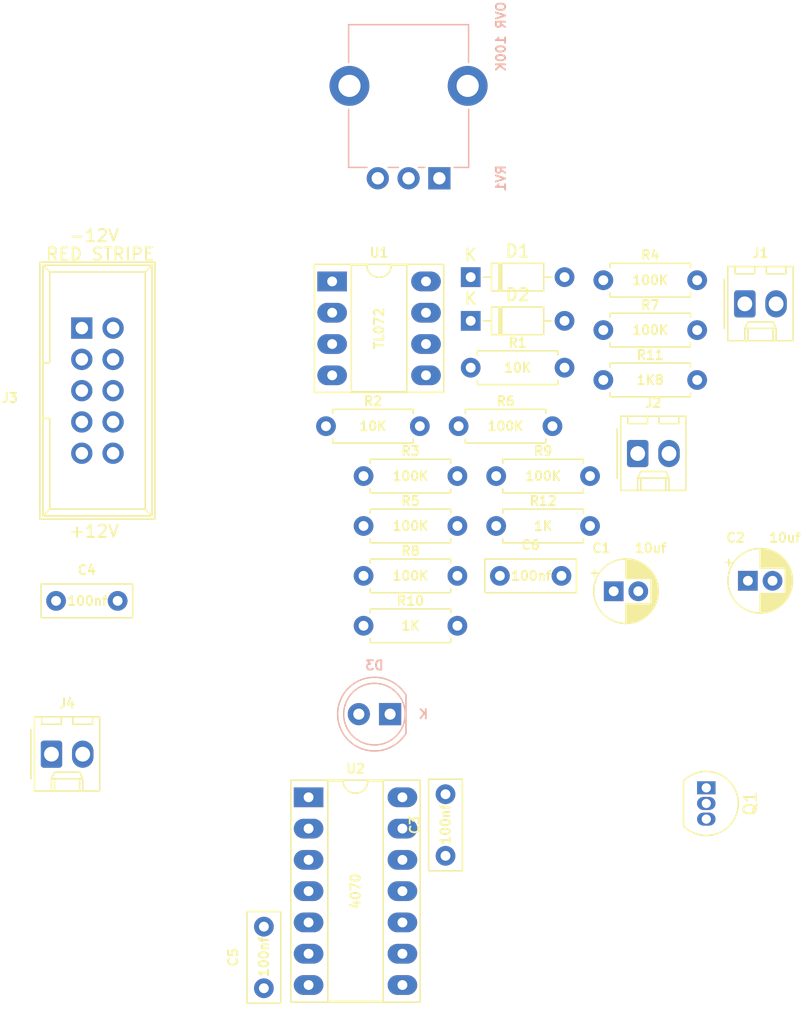
<source format=kicad_pcb>
(kicad_pcb (version 20171130) (host pcbnew "(5.1.12-1-10_14)")

  (general
    (thickness 1.6)
    (drawings 0)
    (tracks 0)
    (zones 0)
    (modules 29)
    (nets 20)
  )

  (page A4)
  (layers
    (0 F.Cu signal)
    (31 B.Cu signal)
    (32 B.Adhes user)
    (33 F.Adhes user)
    (34 B.Paste user)
    (35 F.Paste user)
    (36 B.SilkS user)
    (37 F.SilkS user)
    (38 B.Mask user)
    (39 F.Mask user)
    (40 Dwgs.User user)
    (41 Cmts.User user)
    (42 Eco1.User user)
    (43 Eco2.User user)
    (44 Edge.Cuts user)
    (45 Margin user)
    (46 B.CrtYd user)
    (47 F.CrtYd user)
    (48 B.Fab user)
    (49 F.Fab user)
  )

  (setup
    (last_trace_width 0.25)
    (trace_clearance 0.2)
    (zone_clearance 0.508)
    (zone_45_only no)
    (trace_min 0.2)
    (via_size 0.8)
    (via_drill 0.4)
    (via_min_size 0.4)
    (via_min_drill 0.3)
    (uvia_size 0.3)
    (uvia_drill 0.1)
    (uvias_allowed no)
    (uvia_min_size 0.2)
    (uvia_min_drill 0.1)
    (edge_width 0.05)
    (segment_width 0.2)
    (pcb_text_width 0.3)
    (pcb_text_size 1.5 1.5)
    (mod_edge_width 0.12)
    (mod_text_size 1 1)
    (mod_text_width 0.15)
    (pad_size 1.524 1.524)
    (pad_drill 0.762)
    (pad_to_mask_clearance 0)
    (aux_axis_origin 0 0)
    (visible_elements FFFFFF7F)
    (pcbplotparams
      (layerselection 0x010fc_ffffffff)
      (usegerberextensions false)
      (usegerberattributes true)
      (usegerberadvancedattributes true)
      (creategerberjobfile true)
      (excludeedgelayer true)
      (linewidth 0.100000)
      (plotframeref false)
      (viasonmask false)
      (mode 1)
      (useauxorigin false)
      (hpglpennumber 1)
      (hpglpenspeed 20)
      (hpglpendiameter 15.000000)
      (psnegative false)
      (psa4output false)
      (plotreference true)
      (plotvalue true)
      (plotinvisibletext false)
      (padsonsilk false)
      (subtractmaskfromsilk false)
      (outputformat 1)
      (mirror false)
      (drillshape 1)
      (scaleselection 1)
      (outputdirectory ""))
  )

  (net 0 "")
  (net 1 "Net-(C1-Pad1)")
  (net 2 GND)
  (net 3 "Net-(C2-Pad2)")
  (net 4 "Net-(D1-Pad2)")
  (net 5 "Net-(D2-Pad1)")
  (net 6 "Net-(D3-Pad2)")
  (net 7 "Net-(J1-Pad1)")
  (net 8 "Net-(J2-Pad1)")
  (net 9 "Net-(J4-Pad1)")
  (net 10 "Net-(Q1-Pad2)")
  (net 11 "Net-(Q1-Pad1)")
  (net 12 "Net-(R1-Pad1)")
  (net 13 "Net-(R2-Pad1)")
  (net 14 "Net-(R5-Pad2)")
  (net 15 "Net-(R6-Pad1)")
  (net 16 "Net-(R6-Pad2)")
  (net 17 "Net-(R7-Pad2)")
  (net 18 "Net-(R7-Pad1)")
  (net 19 "Net-(RV1-Pad1)")

  (net_class Default "This is the default net class."
    (clearance 0.2)
    (trace_width 0.25)
    (via_dia 0.8)
    (via_drill 0.4)
    (uvia_dia 0.3)
    (uvia_drill 0.1)
    (add_net GND)
    (add_net "Net-(C1-Pad1)")
    (add_net "Net-(C2-Pad2)")
    (add_net "Net-(D1-Pad2)")
    (add_net "Net-(D2-Pad1)")
    (add_net "Net-(D3-Pad2)")
    (add_net "Net-(J1-Pad1)")
    (add_net "Net-(J2-Pad1)")
    (add_net "Net-(J4-Pad1)")
    (add_net "Net-(Q1-Pad1)")
    (add_net "Net-(Q1-Pad2)")
    (add_net "Net-(R1-Pad1)")
    (add_net "Net-(R2-Pad1)")
    (add_net "Net-(R5-Pad2)")
    (add_net "Net-(R6-Pad1)")
    (add_net "Net-(R6-Pad2)")
    (add_net "Net-(R7-Pad1)")
    (add_net "Net-(R7-Pad2)")
    (add_net "Net-(RV1-Pad1)")
  )

  (module ao_tht:CP_Radial_D5.0mm_P2.00mm (layer F.Cu) (tedit 5EEA1F78) (tstamp 61EAFB17)
    (at 149.904776 73.275001)
    (descr "CP, Radial series, Radial, pin pitch=2.00mm, , diameter=5mm, Electrolytic Capacitor")
    (tags "CP Radial series Radial pin pitch 2.00mm  diameter 5mm Electrolytic Capacitor")
    (path /61AEAE0D)
    (fp_text reference C1 (at -1 -3.5) (layer F.SilkS)
      (effects (font (size 0.75 0.75) (thickness 0.15)))
    )
    (fp_text value 10uf (at 1 3.75) (layer F.Fab)
      (effects (font (size 1 1) (thickness 0.15)))
    )
    (fp_line (start -1.554775 -1.725) (end -1.554775 -1.225) (layer F.SilkS) (width 0.12))
    (fp_line (start -1.804775 -1.475) (end -1.304775 -1.475) (layer F.SilkS) (width 0.12))
    (fp_line (start 3.601 -0.284) (end 3.601 0.284) (layer F.SilkS) (width 0.12))
    (fp_line (start 3.561 -0.518) (end 3.561 0.518) (layer F.SilkS) (width 0.12))
    (fp_line (start 3.521 -0.677) (end 3.521 0.677) (layer F.SilkS) (width 0.12))
    (fp_line (start 3.481 -0.805) (end 3.481 0.805) (layer F.SilkS) (width 0.12))
    (fp_line (start 3.441 -0.915) (end 3.441 0.915) (layer F.SilkS) (width 0.12))
    (fp_line (start 3.401 -1.011) (end 3.401 1.011) (layer F.SilkS) (width 0.12))
    (fp_line (start 3.361 -1.098) (end 3.361 1.098) (layer F.SilkS) (width 0.12))
    (fp_line (start 3.321 -1.178) (end 3.321 1.178) (layer F.SilkS) (width 0.12))
    (fp_line (start 3.281 -1.251) (end 3.281 1.251) (layer F.SilkS) (width 0.12))
    (fp_line (start 3.241 -1.319) (end 3.241 1.319) (layer F.SilkS) (width 0.12))
    (fp_line (start 3.201 -1.383) (end 3.201 1.383) (layer F.SilkS) (width 0.12))
    (fp_line (start 3.161 -1.443) (end 3.161 1.443) (layer F.SilkS) (width 0.12))
    (fp_line (start 3.121 -1.5) (end 3.121 1.5) (layer F.SilkS) (width 0.12))
    (fp_line (start 3.081 -1.554) (end 3.081 1.554) (layer F.SilkS) (width 0.12))
    (fp_line (start 3.041 -1.605) (end 3.041 1.605) (layer F.SilkS) (width 0.12))
    (fp_line (start 3.001 1.04) (end 3.001 1.653) (layer F.SilkS) (width 0.12))
    (fp_line (start 3.001 -1.653) (end 3.001 -1.04) (layer F.SilkS) (width 0.12))
    (fp_line (start 2.961 1.04) (end 2.961 1.699) (layer F.SilkS) (width 0.12))
    (fp_line (start 2.961 -1.699) (end 2.961 -1.04) (layer F.SilkS) (width 0.12))
    (fp_line (start 2.921 1.04) (end 2.921 1.743) (layer F.SilkS) (width 0.12))
    (fp_line (start 2.921 -1.743) (end 2.921 -1.04) (layer F.SilkS) (width 0.12))
    (fp_line (start 2.881 1.04) (end 2.881 1.785) (layer F.SilkS) (width 0.12))
    (fp_line (start 2.881 -1.785) (end 2.881 -1.04) (layer F.SilkS) (width 0.12))
    (fp_line (start 2.841 1.04) (end 2.841 1.826) (layer F.SilkS) (width 0.12))
    (fp_line (start 2.841 -1.826) (end 2.841 -1.04) (layer F.SilkS) (width 0.12))
    (fp_line (start 2.801 1.04) (end 2.801 1.864) (layer F.SilkS) (width 0.12))
    (fp_line (start 2.801 -1.864) (end 2.801 -1.04) (layer F.SilkS) (width 0.12))
    (fp_line (start 2.761 1.04) (end 2.761 1.901) (layer F.SilkS) (width 0.12))
    (fp_line (start 2.761 -1.901) (end 2.761 -1.04) (layer F.SilkS) (width 0.12))
    (fp_line (start 2.721 1.04) (end 2.721 1.937) (layer F.SilkS) (width 0.12))
    (fp_line (start 2.721 -1.937) (end 2.721 -1.04) (layer F.SilkS) (width 0.12))
    (fp_line (start 2.681 1.04) (end 2.681 1.971) (layer F.SilkS) (width 0.12))
    (fp_line (start 2.681 -1.971) (end 2.681 -1.04) (layer F.SilkS) (width 0.12))
    (fp_line (start 2.641 1.04) (end 2.641 2.004) (layer F.SilkS) (width 0.12))
    (fp_line (start 2.641 -2.004) (end 2.641 -1.04) (layer F.SilkS) (width 0.12))
    (fp_line (start 2.601 1.04) (end 2.601 2.035) (layer F.SilkS) (width 0.12))
    (fp_line (start 2.601 -2.035) (end 2.601 -1.04) (layer F.SilkS) (width 0.12))
    (fp_line (start 2.561 1.04) (end 2.561 2.065) (layer F.SilkS) (width 0.12))
    (fp_line (start 2.561 -2.065) (end 2.561 -1.04) (layer F.SilkS) (width 0.12))
    (fp_line (start 2.521 1.04) (end 2.521 2.095) (layer F.SilkS) (width 0.12))
    (fp_line (start 2.521 -2.095) (end 2.521 -1.04) (layer F.SilkS) (width 0.12))
    (fp_line (start 2.481 1.04) (end 2.481 2.122) (layer F.SilkS) (width 0.12))
    (fp_line (start 2.481 -2.122) (end 2.481 -1.04) (layer F.SilkS) (width 0.12))
    (fp_line (start 2.441 1.04) (end 2.441 2.149) (layer F.SilkS) (width 0.12))
    (fp_line (start 2.441 -2.149) (end 2.441 -1.04) (layer F.SilkS) (width 0.12))
    (fp_line (start 2.401 1.04) (end 2.401 2.175) (layer F.SilkS) (width 0.12))
    (fp_line (start 2.401 -2.175) (end 2.401 -1.04) (layer F.SilkS) (width 0.12))
    (fp_line (start 2.361 1.04) (end 2.361 2.2) (layer F.SilkS) (width 0.12))
    (fp_line (start 2.361 -2.2) (end 2.361 -1.04) (layer F.SilkS) (width 0.12))
    (fp_line (start 2.321 1.04) (end 2.321 2.224) (layer F.SilkS) (width 0.12))
    (fp_line (start 2.321 -2.224) (end 2.321 -1.04) (layer F.SilkS) (width 0.12))
    (fp_line (start 2.281 1.04) (end 2.281 2.247) (layer F.SilkS) (width 0.12))
    (fp_line (start 2.281 -2.247) (end 2.281 -1.04) (layer F.SilkS) (width 0.12))
    (fp_line (start 2.241 1.04) (end 2.241 2.268) (layer F.SilkS) (width 0.12))
    (fp_line (start 2.241 -2.268) (end 2.241 -1.04) (layer F.SilkS) (width 0.12))
    (fp_line (start 2.201 1.04) (end 2.201 2.29) (layer F.SilkS) (width 0.12))
    (fp_line (start 2.201 -2.29) (end 2.201 -1.04) (layer F.SilkS) (width 0.12))
    (fp_line (start 2.161 1.04) (end 2.161 2.31) (layer F.SilkS) (width 0.12))
    (fp_line (start 2.161 -2.31) (end 2.161 -1.04) (layer F.SilkS) (width 0.12))
    (fp_line (start 2.121 1.04) (end 2.121 2.329) (layer F.SilkS) (width 0.12))
    (fp_line (start 2.121 -2.329) (end 2.121 -1.04) (layer F.SilkS) (width 0.12))
    (fp_line (start 2.081 1.04) (end 2.081 2.348) (layer F.SilkS) (width 0.12))
    (fp_line (start 2.081 -2.348) (end 2.081 -1.04) (layer F.SilkS) (width 0.12))
    (fp_line (start 2.041 1.04) (end 2.041 2.365) (layer F.SilkS) (width 0.12))
    (fp_line (start 2.041 -2.365) (end 2.041 -1.04) (layer F.SilkS) (width 0.12))
    (fp_line (start 2.001 1.04) (end 2.001 2.382) (layer F.SilkS) (width 0.12))
    (fp_line (start 2.001 -2.382) (end 2.001 -1.04) (layer F.SilkS) (width 0.12))
    (fp_line (start 1.961 1.04) (end 1.961 2.398) (layer F.SilkS) (width 0.12))
    (fp_line (start 1.961 -2.398) (end 1.961 -1.04) (layer F.SilkS) (width 0.12))
    (fp_line (start 1.921 1.04) (end 1.921 2.414) (layer F.SilkS) (width 0.12))
    (fp_line (start 1.921 -2.414) (end 1.921 -1.04) (layer F.SilkS) (width 0.12))
    (fp_line (start 1.881 1.04) (end 1.881 2.428) (layer F.SilkS) (width 0.12))
    (fp_line (start 1.881 -2.428) (end 1.881 -1.04) (layer F.SilkS) (width 0.12))
    (fp_line (start 1.841 1.04) (end 1.841 2.442) (layer F.SilkS) (width 0.12))
    (fp_line (start 1.841 -2.442) (end 1.841 -1.04) (layer F.SilkS) (width 0.12))
    (fp_line (start 1.801 1.04) (end 1.801 2.455) (layer F.SilkS) (width 0.12))
    (fp_line (start 1.801 -2.455) (end 1.801 -1.04) (layer F.SilkS) (width 0.12))
    (fp_line (start 1.761 1.04) (end 1.761 2.468) (layer F.SilkS) (width 0.12))
    (fp_line (start 1.761 -2.468) (end 1.761 -1.04) (layer F.SilkS) (width 0.12))
    (fp_line (start 1.721 1.04) (end 1.721 2.48) (layer F.SilkS) (width 0.12))
    (fp_line (start 1.721 -2.48) (end 1.721 -1.04) (layer F.SilkS) (width 0.12))
    (fp_line (start 1.68 1.04) (end 1.68 2.491) (layer F.SilkS) (width 0.12))
    (fp_line (start 1.68 -2.491) (end 1.68 -1.04) (layer F.SilkS) (width 0.12))
    (fp_line (start 1.64 1.04) (end 1.64 2.501) (layer F.SilkS) (width 0.12))
    (fp_line (start 1.64 -2.501) (end 1.64 -1.04) (layer F.SilkS) (width 0.12))
    (fp_line (start 1.6 1.04) (end 1.6 2.511) (layer F.SilkS) (width 0.12))
    (fp_line (start 1.6 -2.511) (end 1.6 -1.04) (layer F.SilkS) (width 0.12))
    (fp_line (start 1.56 1.04) (end 1.56 2.52) (layer F.SilkS) (width 0.12))
    (fp_line (start 1.56 -2.52) (end 1.56 -1.04) (layer F.SilkS) (width 0.12))
    (fp_line (start 1.52 1.04) (end 1.52 2.528) (layer F.SilkS) (width 0.12))
    (fp_line (start 1.52 -2.528) (end 1.52 -1.04) (layer F.SilkS) (width 0.12))
    (fp_line (start 1.48 1.04) (end 1.48 2.536) (layer F.SilkS) (width 0.12))
    (fp_line (start 1.48 -2.536) (end 1.48 -1.04) (layer F.SilkS) (width 0.12))
    (fp_line (start 1.44 1.04) (end 1.44 2.543) (layer F.SilkS) (width 0.12))
    (fp_line (start 1.44 -2.543) (end 1.44 -1.04) (layer F.SilkS) (width 0.12))
    (fp_line (start 1.4 1.04) (end 1.4 2.55) (layer F.SilkS) (width 0.12))
    (fp_line (start 1.4 -2.55) (end 1.4 -1.04) (layer F.SilkS) (width 0.12))
    (fp_line (start 1.36 1.04) (end 1.36 2.556) (layer F.SilkS) (width 0.12))
    (fp_line (start 1.36 -2.556) (end 1.36 -1.04) (layer F.SilkS) (width 0.12))
    (fp_line (start 1.32 1.04) (end 1.32 2.561) (layer F.SilkS) (width 0.12))
    (fp_line (start 1.32 -2.561) (end 1.32 -1.04) (layer F.SilkS) (width 0.12))
    (fp_line (start 1.28 1.04) (end 1.28 2.565) (layer F.SilkS) (width 0.12))
    (fp_line (start 1.28 -2.565) (end 1.28 -1.04) (layer F.SilkS) (width 0.12))
    (fp_line (start 1.24 1.04) (end 1.24 2.569) (layer F.SilkS) (width 0.12))
    (fp_line (start 1.24 -2.569) (end 1.24 -1.04) (layer F.SilkS) (width 0.12))
    (fp_line (start 1.2 1.04) (end 1.2 2.573) (layer F.SilkS) (width 0.12))
    (fp_line (start 1.2 -2.573) (end 1.2 -1.04) (layer F.SilkS) (width 0.12))
    (fp_line (start 1.16 1.04) (end 1.16 2.576) (layer F.SilkS) (width 0.12))
    (fp_line (start 1.16 -2.576) (end 1.16 -1.04) (layer F.SilkS) (width 0.12))
    (fp_line (start 1.12 1.04) (end 1.12 2.578) (layer F.SilkS) (width 0.12))
    (fp_line (start 1.12 -2.578) (end 1.12 -1.04) (layer F.SilkS) (width 0.12))
    (fp_line (start 1.08 1.04) (end 1.08 2.579) (layer F.SilkS) (width 0.12))
    (fp_line (start 1.08 -2.579) (end 1.08 -1.04) (layer F.SilkS) (width 0.12))
    (fp_line (start 1.04 -2.58) (end 1.04 -1.04) (layer F.SilkS) (width 0.12))
    (fp_line (start 1.04 1.04) (end 1.04 2.58) (layer F.SilkS) (width 0.12))
    (fp_line (start 1 -2.58) (end 1 -1.04) (layer F.SilkS) (width 0.12))
    (fp_line (start 1 1.04) (end 1 2.58) (layer F.SilkS) (width 0.12))
    (fp_line (start -0.883605 -1.3375) (end -0.883605 -0.8375) (layer F.Fab) (width 0.1))
    (fp_line (start -1.133605 -1.0875) (end -0.633605 -1.0875) (layer F.Fab) (width 0.1))
    (fp_circle (center 1 0) (end 3.75 0) (layer F.CrtYd) (width 0.05))
    (fp_circle (center 1 0) (end 3.62 0) (layer F.SilkS) (width 0.12))
    (fp_circle (center 1 0) (end 3.5 0) (layer F.Fab) (width 0.1))
    (fp_text user %V (at 3 -3.5) (layer F.SilkS)
      (effects (font (size 0.75 0.75) (thickness 0.15)))
    )
    (fp_text user %R (at 1 0) (layer F.Fab)
      (effects (font (size 1 1) (thickness 0.15)))
    )
    (pad 1 thru_hole rect (at 0 0) (size 1.6 1.6) (drill 0.8) (layers *.Cu *.Mask)
      (net 1 "Net-(C1-Pad1)"))
    (pad 2 thru_hole circle (at 2 0) (size 1.6 1.6) (drill 0.8) (layers *.Cu *.Mask)
      (net 2 GND))
    (model ${KISYS3DMOD}/Capacitor_THT.3dshapes/CP_Radial_D5.0mm_P2.00mm.wrl
      (at (xyz 0 0 0))
      (scale (xyz 1 1 1))
      (rotate (xyz 0 0 0))
    )
  )

  (module ao_tht:CP_Radial_D5.0mm_P2.00mm (layer F.Cu) (tedit 5EEA1F78) (tstamp 61EAFB9B)
    (at 160.804776 72.425001)
    (descr "CP, Radial series, Radial, pin pitch=2.00mm, , diameter=5mm, Electrolytic Capacitor")
    (tags "CP Radial series Radial pin pitch 2.00mm  diameter 5mm Electrolytic Capacitor")
    (path /61AEC8F5)
    (fp_text reference C2 (at -1 -3.5) (layer F.SilkS)
      (effects (font (size 0.75 0.75) (thickness 0.15)))
    )
    (fp_text value 10uf (at 1 3.75) (layer F.Fab)
      (effects (font (size 1 1) (thickness 0.15)))
    )
    (fp_text user %R (at 1 0) (layer F.Fab)
      (effects (font (size 1 1) (thickness 0.15)))
    )
    (fp_text user %V (at 3 -3.5) (layer F.SilkS)
      (effects (font (size 0.75 0.75) (thickness 0.15)))
    )
    (fp_circle (center 1 0) (end 3.5 0) (layer F.Fab) (width 0.1))
    (fp_circle (center 1 0) (end 3.62 0) (layer F.SilkS) (width 0.12))
    (fp_circle (center 1 0) (end 3.75 0) (layer F.CrtYd) (width 0.05))
    (fp_line (start -1.133605 -1.0875) (end -0.633605 -1.0875) (layer F.Fab) (width 0.1))
    (fp_line (start -0.883605 -1.3375) (end -0.883605 -0.8375) (layer F.Fab) (width 0.1))
    (fp_line (start 1 1.04) (end 1 2.58) (layer F.SilkS) (width 0.12))
    (fp_line (start 1 -2.58) (end 1 -1.04) (layer F.SilkS) (width 0.12))
    (fp_line (start 1.04 1.04) (end 1.04 2.58) (layer F.SilkS) (width 0.12))
    (fp_line (start 1.04 -2.58) (end 1.04 -1.04) (layer F.SilkS) (width 0.12))
    (fp_line (start 1.08 -2.579) (end 1.08 -1.04) (layer F.SilkS) (width 0.12))
    (fp_line (start 1.08 1.04) (end 1.08 2.579) (layer F.SilkS) (width 0.12))
    (fp_line (start 1.12 -2.578) (end 1.12 -1.04) (layer F.SilkS) (width 0.12))
    (fp_line (start 1.12 1.04) (end 1.12 2.578) (layer F.SilkS) (width 0.12))
    (fp_line (start 1.16 -2.576) (end 1.16 -1.04) (layer F.SilkS) (width 0.12))
    (fp_line (start 1.16 1.04) (end 1.16 2.576) (layer F.SilkS) (width 0.12))
    (fp_line (start 1.2 -2.573) (end 1.2 -1.04) (layer F.SilkS) (width 0.12))
    (fp_line (start 1.2 1.04) (end 1.2 2.573) (layer F.SilkS) (width 0.12))
    (fp_line (start 1.24 -2.569) (end 1.24 -1.04) (layer F.SilkS) (width 0.12))
    (fp_line (start 1.24 1.04) (end 1.24 2.569) (layer F.SilkS) (width 0.12))
    (fp_line (start 1.28 -2.565) (end 1.28 -1.04) (layer F.SilkS) (width 0.12))
    (fp_line (start 1.28 1.04) (end 1.28 2.565) (layer F.SilkS) (width 0.12))
    (fp_line (start 1.32 -2.561) (end 1.32 -1.04) (layer F.SilkS) (width 0.12))
    (fp_line (start 1.32 1.04) (end 1.32 2.561) (layer F.SilkS) (width 0.12))
    (fp_line (start 1.36 -2.556) (end 1.36 -1.04) (layer F.SilkS) (width 0.12))
    (fp_line (start 1.36 1.04) (end 1.36 2.556) (layer F.SilkS) (width 0.12))
    (fp_line (start 1.4 -2.55) (end 1.4 -1.04) (layer F.SilkS) (width 0.12))
    (fp_line (start 1.4 1.04) (end 1.4 2.55) (layer F.SilkS) (width 0.12))
    (fp_line (start 1.44 -2.543) (end 1.44 -1.04) (layer F.SilkS) (width 0.12))
    (fp_line (start 1.44 1.04) (end 1.44 2.543) (layer F.SilkS) (width 0.12))
    (fp_line (start 1.48 -2.536) (end 1.48 -1.04) (layer F.SilkS) (width 0.12))
    (fp_line (start 1.48 1.04) (end 1.48 2.536) (layer F.SilkS) (width 0.12))
    (fp_line (start 1.52 -2.528) (end 1.52 -1.04) (layer F.SilkS) (width 0.12))
    (fp_line (start 1.52 1.04) (end 1.52 2.528) (layer F.SilkS) (width 0.12))
    (fp_line (start 1.56 -2.52) (end 1.56 -1.04) (layer F.SilkS) (width 0.12))
    (fp_line (start 1.56 1.04) (end 1.56 2.52) (layer F.SilkS) (width 0.12))
    (fp_line (start 1.6 -2.511) (end 1.6 -1.04) (layer F.SilkS) (width 0.12))
    (fp_line (start 1.6 1.04) (end 1.6 2.511) (layer F.SilkS) (width 0.12))
    (fp_line (start 1.64 -2.501) (end 1.64 -1.04) (layer F.SilkS) (width 0.12))
    (fp_line (start 1.64 1.04) (end 1.64 2.501) (layer F.SilkS) (width 0.12))
    (fp_line (start 1.68 -2.491) (end 1.68 -1.04) (layer F.SilkS) (width 0.12))
    (fp_line (start 1.68 1.04) (end 1.68 2.491) (layer F.SilkS) (width 0.12))
    (fp_line (start 1.721 -2.48) (end 1.721 -1.04) (layer F.SilkS) (width 0.12))
    (fp_line (start 1.721 1.04) (end 1.721 2.48) (layer F.SilkS) (width 0.12))
    (fp_line (start 1.761 -2.468) (end 1.761 -1.04) (layer F.SilkS) (width 0.12))
    (fp_line (start 1.761 1.04) (end 1.761 2.468) (layer F.SilkS) (width 0.12))
    (fp_line (start 1.801 -2.455) (end 1.801 -1.04) (layer F.SilkS) (width 0.12))
    (fp_line (start 1.801 1.04) (end 1.801 2.455) (layer F.SilkS) (width 0.12))
    (fp_line (start 1.841 -2.442) (end 1.841 -1.04) (layer F.SilkS) (width 0.12))
    (fp_line (start 1.841 1.04) (end 1.841 2.442) (layer F.SilkS) (width 0.12))
    (fp_line (start 1.881 -2.428) (end 1.881 -1.04) (layer F.SilkS) (width 0.12))
    (fp_line (start 1.881 1.04) (end 1.881 2.428) (layer F.SilkS) (width 0.12))
    (fp_line (start 1.921 -2.414) (end 1.921 -1.04) (layer F.SilkS) (width 0.12))
    (fp_line (start 1.921 1.04) (end 1.921 2.414) (layer F.SilkS) (width 0.12))
    (fp_line (start 1.961 -2.398) (end 1.961 -1.04) (layer F.SilkS) (width 0.12))
    (fp_line (start 1.961 1.04) (end 1.961 2.398) (layer F.SilkS) (width 0.12))
    (fp_line (start 2.001 -2.382) (end 2.001 -1.04) (layer F.SilkS) (width 0.12))
    (fp_line (start 2.001 1.04) (end 2.001 2.382) (layer F.SilkS) (width 0.12))
    (fp_line (start 2.041 -2.365) (end 2.041 -1.04) (layer F.SilkS) (width 0.12))
    (fp_line (start 2.041 1.04) (end 2.041 2.365) (layer F.SilkS) (width 0.12))
    (fp_line (start 2.081 -2.348) (end 2.081 -1.04) (layer F.SilkS) (width 0.12))
    (fp_line (start 2.081 1.04) (end 2.081 2.348) (layer F.SilkS) (width 0.12))
    (fp_line (start 2.121 -2.329) (end 2.121 -1.04) (layer F.SilkS) (width 0.12))
    (fp_line (start 2.121 1.04) (end 2.121 2.329) (layer F.SilkS) (width 0.12))
    (fp_line (start 2.161 -2.31) (end 2.161 -1.04) (layer F.SilkS) (width 0.12))
    (fp_line (start 2.161 1.04) (end 2.161 2.31) (layer F.SilkS) (width 0.12))
    (fp_line (start 2.201 -2.29) (end 2.201 -1.04) (layer F.SilkS) (width 0.12))
    (fp_line (start 2.201 1.04) (end 2.201 2.29) (layer F.SilkS) (width 0.12))
    (fp_line (start 2.241 -2.268) (end 2.241 -1.04) (layer F.SilkS) (width 0.12))
    (fp_line (start 2.241 1.04) (end 2.241 2.268) (layer F.SilkS) (width 0.12))
    (fp_line (start 2.281 -2.247) (end 2.281 -1.04) (layer F.SilkS) (width 0.12))
    (fp_line (start 2.281 1.04) (end 2.281 2.247) (layer F.SilkS) (width 0.12))
    (fp_line (start 2.321 -2.224) (end 2.321 -1.04) (layer F.SilkS) (width 0.12))
    (fp_line (start 2.321 1.04) (end 2.321 2.224) (layer F.SilkS) (width 0.12))
    (fp_line (start 2.361 -2.2) (end 2.361 -1.04) (layer F.SilkS) (width 0.12))
    (fp_line (start 2.361 1.04) (end 2.361 2.2) (layer F.SilkS) (width 0.12))
    (fp_line (start 2.401 -2.175) (end 2.401 -1.04) (layer F.SilkS) (width 0.12))
    (fp_line (start 2.401 1.04) (end 2.401 2.175) (layer F.SilkS) (width 0.12))
    (fp_line (start 2.441 -2.149) (end 2.441 -1.04) (layer F.SilkS) (width 0.12))
    (fp_line (start 2.441 1.04) (end 2.441 2.149) (layer F.SilkS) (width 0.12))
    (fp_line (start 2.481 -2.122) (end 2.481 -1.04) (layer F.SilkS) (width 0.12))
    (fp_line (start 2.481 1.04) (end 2.481 2.122) (layer F.SilkS) (width 0.12))
    (fp_line (start 2.521 -2.095) (end 2.521 -1.04) (layer F.SilkS) (width 0.12))
    (fp_line (start 2.521 1.04) (end 2.521 2.095) (layer F.SilkS) (width 0.12))
    (fp_line (start 2.561 -2.065) (end 2.561 -1.04) (layer F.SilkS) (width 0.12))
    (fp_line (start 2.561 1.04) (end 2.561 2.065) (layer F.SilkS) (width 0.12))
    (fp_line (start 2.601 -2.035) (end 2.601 -1.04) (layer F.SilkS) (width 0.12))
    (fp_line (start 2.601 1.04) (end 2.601 2.035) (layer F.SilkS) (width 0.12))
    (fp_line (start 2.641 -2.004) (end 2.641 -1.04) (layer F.SilkS) (width 0.12))
    (fp_line (start 2.641 1.04) (end 2.641 2.004) (layer F.SilkS) (width 0.12))
    (fp_line (start 2.681 -1.971) (end 2.681 -1.04) (layer F.SilkS) (width 0.12))
    (fp_line (start 2.681 1.04) (end 2.681 1.971) (layer F.SilkS) (width 0.12))
    (fp_line (start 2.721 -1.937) (end 2.721 -1.04) (layer F.SilkS) (width 0.12))
    (fp_line (start 2.721 1.04) (end 2.721 1.937) (layer F.SilkS) (width 0.12))
    (fp_line (start 2.761 -1.901) (end 2.761 -1.04) (layer F.SilkS) (width 0.12))
    (fp_line (start 2.761 1.04) (end 2.761 1.901) (layer F.SilkS) (width 0.12))
    (fp_line (start 2.801 -1.864) (end 2.801 -1.04) (layer F.SilkS) (width 0.12))
    (fp_line (start 2.801 1.04) (end 2.801 1.864) (layer F.SilkS) (width 0.12))
    (fp_line (start 2.841 -1.826) (end 2.841 -1.04) (layer F.SilkS) (width 0.12))
    (fp_line (start 2.841 1.04) (end 2.841 1.826) (layer F.SilkS) (width 0.12))
    (fp_line (start 2.881 -1.785) (end 2.881 -1.04) (layer F.SilkS) (width 0.12))
    (fp_line (start 2.881 1.04) (end 2.881 1.785) (layer F.SilkS) (width 0.12))
    (fp_line (start 2.921 -1.743) (end 2.921 -1.04) (layer F.SilkS) (width 0.12))
    (fp_line (start 2.921 1.04) (end 2.921 1.743) (layer F.SilkS) (width 0.12))
    (fp_line (start 2.961 -1.699) (end 2.961 -1.04) (layer F.SilkS) (width 0.12))
    (fp_line (start 2.961 1.04) (end 2.961 1.699) (layer F.SilkS) (width 0.12))
    (fp_line (start 3.001 -1.653) (end 3.001 -1.04) (layer F.SilkS) (width 0.12))
    (fp_line (start 3.001 1.04) (end 3.001 1.653) (layer F.SilkS) (width 0.12))
    (fp_line (start 3.041 -1.605) (end 3.041 1.605) (layer F.SilkS) (width 0.12))
    (fp_line (start 3.081 -1.554) (end 3.081 1.554) (layer F.SilkS) (width 0.12))
    (fp_line (start 3.121 -1.5) (end 3.121 1.5) (layer F.SilkS) (width 0.12))
    (fp_line (start 3.161 -1.443) (end 3.161 1.443) (layer F.SilkS) (width 0.12))
    (fp_line (start 3.201 -1.383) (end 3.201 1.383) (layer F.SilkS) (width 0.12))
    (fp_line (start 3.241 -1.319) (end 3.241 1.319) (layer F.SilkS) (width 0.12))
    (fp_line (start 3.281 -1.251) (end 3.281 1.251) (layer F.SilkS) (width 0.12))
    (fp_line (start 3.321 -1.178) (end 3.321 1.178) (layer F.SilkS) (width 0.12))
    (fp_line (start 3.361 -1.098) (end 3.361 1.098) (layer F.SilkS) (width 0.12))
    (fp_line (start 3.401 -1.011) (end 3.401 1.011) (layer F.SilkS) (width 0.12))
    (fp_line (start 3.441 -0.915) (end 3.441 0.915) (layer F.SilkS) (width 0.12))
    (fp_line (start 3.481 -0.805) (end 3.481 0.805) (layer F.SilkS) (width 0.12))
    (fp_line (start 3.521 -0.677) (end 3.521 0.677) (layer F.SilkS) (width 0.12))
    (fp_line (start 3.561 -0.518) (end 3.561 0.518) (layer F.SilkS) (width 0.12))
    (fp_line (start 3.601 -0.284) (end 3.601 0.284) (layer F.SilkS) (width 0.12))
    (fp_line (start -1.804775 -1.475) (end -1.304775 -1.475) (layer F.SilkS) (width 0.12))
    (fp_line (start -1.554775 -1.725) (end -1.554775 -1.225) (layer F.SilkS) (width 0.12))
    (pad 2 thru_hole circle (at 2 0) (size 1.6 1.6) (drill 0.8) (layers *.Cu *.Mask)
      (net 3 "Net-(C2-Pad2)"))
    (pad 1 thru_hole rect (at 0 0) (size 1.6 1.6) (drill 0.8) (layers *.Cu *.Mask)
      (net 2 GND))
    (model ${KISYS3DMOD}/Capacitor_THT.3dshapes/CP_Radial_D5.0mm_P2.00mm.wrl
      (at (xyz 0 0 0))
      (scale (xyz 1 1 1))
      (rotate (xyz 0 0 0))
    )
  )

  (module ao_tht:C_Rect_L7.2mm_W2.5mm_P5.00mm_FKS2_FKP2_MKS2_MKP2 (layer F.Cu) (tedit 5FE3661A) (tstamp 61EAFBAF)
    (at 136.25 94.75 90)
    (descr "C, Rect series, Radial, pin pitch=5.00mm, , length*width=7.2*2.5mm^2, Capacitor, http://www.wima.com/EN/WIMA_FKS_2.pdf")
    (tags "C Rect series Radial pin pitch 5.00mm  length 7.2mm width 2.5mm Capacitor")
    (path /61BE8EA6)
    (fp_text reference C3 (at 2.5 -2.5 90) (layer F.SilkS)
      (effects (font (size 0.75 0.75) (thickness 0.15)))
    )
    (fp_text value 100nf (at 2.54 0 90) (layer F.Fab)
      (effects (font (size 1 1) (thickness 0.15)))
    )
    (fp_line (start -1.1 -1.25) (end -1.1 1.25) (layer F.Fab) (width 0.1))
    (fp_line (start -1.1 1.25) (end 6.1 1.25) (layer F.Fab) (width 0.1))
    (fp_line (start 6.1 1.25) (end 6.1 -1.25) (layer F.Fab) (width 0.1))
    (fp_line (start 6.1 -1.25) (end -1.1 -1.25) (layer F.Fab) (width 0.1))
    (fp_line (start -1.22 -1.37) (end 6.22 -1.37) (layer F.SilkS) (width 0.12))
    (fp_line (start -1.22 1.37) (end 6.22 1.37) (layer F.SilkS) (width 0.12))
    (fp_line (start -1.22 -1.37) (end -1.22 1.37) (layer F.SilkS) (width 0.12))
    (fp_line (start 6.22 -1.37) (end 6.22 1.37) (layer F.SilkS) (width 0.12))
    (fp_line (start -1.35 -1.5) (end -1.35 1.5) (layer F.CrtYd) (width 0.05))
    (fp_line (start -1.35 1.5) (end 6.35 1.5) (layer F.CrtYd) (width 0.05))
    (fp_line (start 6.35 1.5) (end 6.35 -1.5) (layer F.CrtYd) (width 0.05))
    (fp_line (start 6.35 -1.5) (end -1.35 -1.5) (layer F.CrtYd) (width 0.05))
    (fp_text user %V (at 2.54 0 90) (layer F.SilkS)
      (effects (font (size 0.75 0.75) (thickness 0.15)))
    )
    (fp_text user %R (at 2.5 0 90) (layer F.Fab)
      (effects (font (size 1 1) (thickness 0.15)))
    )
    (pad 1 thru_hole circle (at 0 0 90) (size 1.6 1.6) (drill 0.8) (layers *.Cu *.Mask)
      (net 2 GND))
    (pad 2 thru_hole circle (at 5 0 90) (size 1.6 1.6) (drill 0.8) (layers *.Cu *.Mask)
      (net 1 "Net-(C1-Pad1)"))
    (model ${KISYS3DMOD}/Capacitor_THT.3dshapes/C_Rect_L7.2mm_W2.5mm_P5.00mm_FKS2_FKP2_MKS2_MKP2.wrl
      (at (xyz 0 0 0))
      (scale (xyz 1 1 1))
      (rotate (xyz 0 0 0))
    )
  )

  (module ao_tht:C_Rect_L7.2mm_W2.5mm_P5.00mm_FKS2_FKP2_MKS2_MKP2 (layer F.Cu) (tedit 5FE3661A) (tstamp 61EAFBC3)
    (at 104.625001 74.055001)
    (descr "C, Rect series, Radial, pin pitch=5.00mm, , length*width=7.2*2.5mm^2, Capacitor, http://www.wima.com/EN/WIMA_FKS_2.pdf")
    (tags "C Rect series Radial pin pitch 5.00mm  length 7.2mm width 2.5mm Capacitor")
    (path /61C0AE10)
    (fp_text reference C4 (at 2.5 -2.5) (layer F.SilkS)
      (effects (font (size 0.75 0.75) (thickness 0.15)))
    )
    (fp_text value 100nf (at 2.54 0) (layer F.Fab)
      (effects (font (size 1 1) (thickness 0.15)))
    )
    (fp_line (start -1.1 -1.25) (end -1.1 1.25) (layer F.Fab) (width 0.1))
    (fp_line (start -1.1 1.25) (end 6.1 1.25) (layer F.Fab) (width 0.1))
    (fp_line (start 6.1 1.25) (end 6.1 -1.25) (layer F.Fab) (width 0.1))
    (fp_line (start 6.1 -1.25) (end -1.1 -1.25) (layer F.Fab) (width 0.1))
    (fp_line (start -1.22 -1.37) (end 6.22 -1.37) (layer F.SilkS) (width 0.12))
    (fp_line (start -1.22 1.37) (end 6.22 1.37) (layer F.SilkS) (width 0.12))
    (fp_line (start -1.22 -1.37) (end -1.22 1.37) (layer F.SilkS) (width 0.12))
    (fp_line (start 6.22 -1.37) (end 6.22 1.37) (layer F.SilkS) (width 0.12))
    (fp_line (start -1.35 -1.5) (end -1.35 1.5) (layer F.CrtYd) (width 0.05))
    (fp_line (start -1.35 1.5) (end 6.35 1.5) (layer F.CrtYd) (width 0.05))
    (fp_line (start 6.35 1.5) (end 6.35 -1.5) (layer F.CrtYd) (width 0.05))
    (fp_line (start 6.35 -1.5) (end -1.35 -1.5) (layer F.CrtYd) (width 0.05))
    (fp_text user %V (at 2.54 0) (layer F.SilkS)
      (effects (font (size 0.75 0.75) (thickness 0.15)))
    )
    (fp_text user %R (at 2.5 0) (layer F.Fab)
      (effects (font (size 1 1) (thickness 0.15)))
    )
    (pad 1 thru_hole circle (at 0 0) (size 1.6 1.6) (drill 0.8) (layers *.Cu *.Mask)
      (net 3 "Net-(C2-Pad2)"))
    (pad 2 thru_hole circle (at 5 0) (size 1.6 1.6) (drill 0.8) (layers *.Cu *.Mask)
      (net 2 GND))
    (model ${KISYS3DMOD}/Capacitor_THT.3dshapes/C_Rect_L7.2mm_W2.5mm_P5.00mm_FKS2_FKP2_MKS2_MKP2.wrl
      (at (xyz 0 0 0))
      (scale (xyz 1 1 1))
      (rotate (xyz 0 0 0))
    )
  )

  (module ao_tht:C_Rect_L7.2mm_W2.5mm_P5.00mm_FKS2_FKP2_MKS2_MKP2 (layer F.Cu) (tedit 5FE3661A) (tstamp 61EAFBD7)
    (at 121.5 105.5 90)
    (descr "C, Rect series, Radial, pin pitch=5.00mm, , length*width=7.2*2.5mm^2, Capacitor, http://www.wima.com/EN/WIMA_FKS_2.pdf")
    (tags "C Rect series Radial pin pitch 5.00mm  length 7.2mm width 2.5mm Capacitor")
    (path /61C0AE17)
    (fp_text reference C5 (at 2.5 -2.5 90) (layer F.SilkS)
      (effects (font (size 0.75 0.75) (thickness 0.15)))
    )
    (fp_text value 100nf (at 2.54 0 90) (layer F.Fab)
      (effects (font (size 1 1) (thickness 0.15)))
    )
    (fp_text user %R (at 2.5 0 90) (layer F.Fab)
      (effects (font (size 1 1) (thickness 0.15)))
    )
    (fp_text user %V (at 2.54 0 90) (layer F.SilkS)
      (effects (font (size 0.75 0.75) (thickness 0.15)))
    )
    (fp_line (start 6.35 -1.5) (end -1.35 -1.5) (layer F.CrtYd) (width 0.05))
    (fp_line (start 6.35 1.5) (end 6.35 -1.5) (layer F.CrtYd) (width 0.05))
    (fp_line (start -1.35 1.5) (end 6.35 1.5) (layer F.CrtYd) (width 0.05))
    (fp_line (start -1.35 -1.5) (end -1.35 1.5) (layer F.CrtYd) (width 0.05))
    (fp_line (start 6.22 -1.37) (end 6.22 1.37) (layer F.SilkS) (width 0.12))
    (fp_line (start -1.22 -1.37) (end -1.22 1.37) (layer F.SilkS) (width 0.12))
    (fp_line (start -1.22 1.37) (end 6.22 1.37) (layer F.SilkS) (width 0.12))
    (fp_line (start -1.22 -1.37) (end 6.22 -1.37) (layer F.SilkS) (width 0.12))
    (fp_line (start 6.1 -1.25) (end -1.1 -1.25) (layer F.Fab) (width 0.1))
    (fp_line (start 6.1 1.25) (end 6.1 -1.25) (layer F.Fab) (width 0.1))
    (fp_line (start -1.1 1.25) (end 6.1 1.25) (layer F.Fab) (width 0.1))
    (fp_line (start -1.1 -1.25) (end -1.1 1.25) (layer F.Fab) (width 0.1))
    (pad 2 thru_hole circle (at 5 0 90) (size 1.6 1.6) (drill 0.8) (layers *.Cu *.Mask)
      (net 2 GND))
    (pad 1 thru_hole circle (at 0 0 90) (size 1.6 1.6) (drill 0.8) (layers *.Cu *.Mask)
      (net 3 "Net-(C2-Pad2)"))
    (model ${KISYS3DMOD}/Capacitor_THT.3dshapes/C_Rect_L7.2mm_W2.5mm_P5.00mm_FKS2_FKP2_MKS2_MKP2.wrl
      (at (xyz 0 0 0))
      (scale (xyz 1 1 1))
      (rotate (xyz 0 0 0))
    )
  )

  (module ao_tht:C_Rect_L7.2mm_W2.5mm_P5.00mm_FKS2_FKP2_MKS2_MKP2 (layer F.Cu) (tedit 5FE3661A) (tstamp 61EAFBEB)
    (at 140.665001 72.025001)
    (descr "C, Rect series, Radial, pin pitch=5.00mm, , length*width=7.2*2.5mm^2, Capacitor, http://www.wima.com/EN/WIMA_FKS_2.pdf")
    (tags "C Rect series Radial pin pitch 5.00mm  length 7.2mm width 2.5mm Capacitor")
    (path /61BEA587)
    (fp_text reference C6 (at 2.5 -2.5) (layer F.SilkS)
      (effects (font (size 0.75 0.75) (thickness 0.15)))
    )
    (fp_text value 100nf (at 2.54 0) (layer F.Fab)
      (effects (font (size 1 1) (thickness 0.15)))
    )
    (fp_text user %R (at 2.5 0) (layer F.Fab)
      (effects (font (size 1 1) (thickness 0.15)))
    )
    (fp_text user %V (at 2.54 0) (layer F.SilkS)
      (effects (font (size 0.75 0.75) (thickness 0.15)))
    )
    (fp_line (start 6.35 -1.5) (end -1.35 -1.5) (layer F.CrtYd) (width 0.05))
    (fp_line (start 6.35 1.5) (end 6.35 -1.5) (layer F.CrtYd) (width 0.05))
    (fp_line (start -1.35 1.5) (end 6.35 1.5) (layer F.CrtYd) (width 0.05))
    (fp_line (start -1.35 -1.5) (end -1.35 1.5) (layer F.CrtYd) (width 0.05))
    (fp_line (start 6.22 -1.37) (end 6.22 1.37) (layer F.SilkS) (width 0.12))
    (fp_line (start -1.22 -1.37) (end -1.22 1.37) (layer F.SilkS) (width 0.12))
    (fp_line (start -1.22 1.37) (end 6.22 1.37) (layer F.SilkS) (width 0.12))
    (fp_line (start -1.22 -1.37) (end 6.22 -1.37) (layer F.SilkS) (width 0.12))
    (fp_line (start 6.1 -1.25) (end -1.1 -1.25) (layer F.Fab) (width 0.1))
    (fp_line (start 6.1 1.25) (end 6.1 -1.25) (layer F.Fab) (width 0.1))
    (fp_line (start -1.1 1.25) (end 6.1 1.25) (layer F.Fab) (width 0.1))
    (fp_line (start -1.1 -1.25) (end -1.1 1.25) (layer F.Fab) (width 0.1))
    (pad 2 thru_hole circle (at 5 0) (size 1.6 1.6) (drill 0.8) (layers *.Cu *.Mask)
      (net 1 "Net-(C1-Pad1)"))
    (pad 1 thru_hole circle (at 0 0) (size 1.6 1.6) (drill 0.8) (layers *.Cu *.Mask)
      (net 2 GND))
    (model ${KISYS3DMOD}/Capacitor_THT.3dshapes/C_Rect_L7.2mm_W2.5mm_P5.00mm_FKS2_FKP2_MKS2_MKP2.wrl
      (at (xyz 0 0 0))
      (scale (xyz 1 1 1))
      (rotate (xyz 0 0 0))
    )
  )

  (module Diode_THT:D_DO-35_SOD27_P7.62mm_Horizontal (layer F.Cu) (tedit 5AE50CD5) (tstamp 61EAFC0A)
    (at 138.295001 47.775001)
    (descr "Diode, DO-35_SOD27 series, Axial, Horizontal, pin pitch=7.62mm, , length*diameter=4*2mm^2, , http://www.diodes.com/_files/packages/DO-35.pdf")
    (tags "Diode DO-35_SOD27 series Axial Horizontal pin pitch 7.62mm  length 4mm diameter 2mm")
    (path /61B12196)
    (fp_text reference D1 (at 3.81 -2.12) (layer F.SilkS)
      (effects (font (size 1 1) (thickness 0.15)))
    )
    (fp_text value 1N4148 (at 3.81 2.12) (layer F.Fab)
      (effects (font (size 1 1) (thickness 0.15)))
    )
    (fp_line (start 8.67 -1.25) (end -1.05 -1.25) (layer F.CrtYd) (width 0.05))
    (fp_line (start 8.67 1.25) (end 8.67 -1.25) (layer F.CrtYd) (width 0.05))
    (fp_line (start -1.05 1.25) (end 8.67 1.25) (layer F.CrtYd) (width 0.05))
    (fp_line (start -1.05 -1.25) (end -1.05 1.25) (layer F.CrtYd) (width 0.05))
    (fp_line (start 2.29 -1.12) (end 2.29 1.12) (layer F.SilkS) (width 0.12))
    (fp_line (start 2.53 -1.12) (end 2.53 1.12) (layer F.SilkS) (width 0.12))
    (fp_line (start 2.41 -1.12) (end 2.41 1.12) (layer F.SilkS) (width 0.12))
    (fp_line (start 6.58 0) (end 5.93 0) (layer F.SilkS) (width 0.12))
    (fp_line (start 1.04 0) (end 1.69 0) (layer F.SilkS) (width 0.12))
    (fp_line (start 5.93 -1.12) (end 1.69 -1.12) (layer F.SilkS) (width 0.12))
    (fp_line (start 5.93 1.12) (end 5.93 -1.12) (layer F.SilkS) (width 0.12))
    (fp_line (start 1.69 1.12) (end 5.93 1.12) (layer F.SilkS) (width 0.12))
    (fp_line (start 1.69 -1.12) (end 1.69 1.12) (layer F.SilkS) (width 0.12))
    (fp_line (start 2.31 -1) (end 2.31 1) (layer F.Fab) (width 0.1))
    (fp_line (start 2.51 -1) (end 2.51 1) (layer F.Fab) (width 0.1))
    (fp_line (start 2.41 -1) (end 2.41 1) (layer F.Fab) (width 0.1))
    (fp_line (start 7.62 0) (end 5.81 0) (layer F.Fab) (width 0.1))
    (fp_line (start 0 0) (end 1.81 0) (layer F.Fab) (width 0.1))
    (fp_line (start 5.81 -1) (end 1.81 -1) (layer F.Fab) (width 0.1))
    (fp_line (start 5.81 1) (end 5.81 -1) (layer F.Fab) (width 0.1))
    (fp_line (start 1.81 1) (end 5.81 1) (layer F.Fab) (width 0.1))
    (fp_line (start 1.81 -1) (end 1.81 1) (layer F.Fab) (width 0.1))
    (fp_text user %R (at 4.11 0) (layer F.Fab)
      (effects (font (size 0.8 0.8) (thickness 0.12)))
    )
    (fp_text user K (at 0 -1.8) (layer F.Fab)
      (effects (font (size 1 1) (thickness 0.15)))
    )
    (fp_text user K (at 0 -1.8) (layer F.SilkS)
      (effects (font (size 1 1) (thickness 0.15)))
    )
    (pad 1 thru_hole rect (at 0 0) (size 1.6 1.6) (drill 0.8) (layers *.Cu *.Mask)
      (net 1 "Net-(C1-Pad1)"))
    (pad 2 thru_hole oval (at 7.62 0) (size 1.6 1.6) (drill 0.8) (layers *.Cu *.Mask)
      (net 4 "Net-(D1-Pad2)"))
    (model ${KISYS3DMOD}/Diode_THT.3dshapes/D_DO-35_SOD27_P7.62mm_Horizontal.wrl
      (at (xyz 0 0 0))
      (scale (xyz 1 1 1))
      (rotate (xyz 0 0 0))
    )
  )

  (module Diode_THT:D_DO-35_SOD27_P7.62mm_Horizontal (layer F.Cu) (tedit 5AE50CD5) (tstamp 61EAFC29)
    (at 138.295001 51.325001)
    (descr "Diode, DO-35_SOD27 series, Axial, Horizontal, pin pitch=7.62mm, , length*diameter=4*2mm^2, , http://www.diodes.com/_files/packages/DO-35.pdf")
    (tags "Diode DO-35_SOD27 series Axial Horizontal pin pitch 7.62mm  length 4mm diameter 2mm")
    (path /61B14B8E)
    (fp_text reference D2 (at 3.81 -2.12) (layer F.SilkS)
      (effects (font (size 1 1) (thickness 0.15)))
    )
    (fp_text value 1N4148 (at 3.81 2.12) (layer F.Fab)
      (effects (font (size 1 1) (thickness 0.15)))
    )
    (fp_text user K (at 0 -1.8) (layer F.SilkS)
      (effects (font (size 1 1) (thickness 0.15)))
    )
    (fp_text user K (at 0 -1.8) (layer F.Fab)
      (effects (font (size 1 1) (thickness 0.15)))
    )
    (fp_text user %R (at 4.11 0) (layer F.Fab)
      (effects (font (size 0.8 0.8) (thickness 0.12)))
    )
    (fp_line (start 1.81 -1) (end 1.81 1) (layer F.Fab) (width 0.1))
    (fp_line (start 1.81 1) (end 5.81 1) (layer F.Fab) (width 0.1))
    (fp_line (start 5.81 1) (end 5.81 -1) (layer F.Fab) (width 0.1))
    (fp_line (start 5.81 -1) (end 1.81 -1) (layer F.Fab) (width 0.1))
    (fp_line (start 0 0) (end 1.81 0) (layer F.Fab) (width 0.1))
    (fp_line (start 7.62 0) (end 5.81 0) (layer F.Fab) (width 0.1))
    (fp_line (start 2.41 -1) (end 2.41 1) (layer F.Fab) (width 0.1))
    (fp_line (start 2.51 -1) (end 2.51 1) (layer F.Fab) (width 0.1))
    (fp_line (start 2.31 -1) (end 2.31 1) (layer F.Fab) (width 0.1))
    (fp_line (start 1.69 -1.12) (end 1.69 1.12) (layer F.SilkS) (width 0.12))
    (fp_line (start 1.69 1.12) (end 5.93 1.12) (layer F.SilkS) (width 0.12))
    (fp_line (start 5.93 1.12) (end 5.93 -1.12) (layer F.SilkS) (width 0.12))
    (fp_line (start 5.93 -1.12) (end 1.69 -1.12) (layer F.SilkS) (width 0.12))
    (fp_line (start 1.04 0) (end 1.69 0) (layer F.SilkS) (width 0.12))
    (fp_line (start 6.58 0) (end 5.93 0) (layer F.SilkS) (width 0.12))
    (fp_line (start 2.41 -1.12) (end 2.41 1.12) (layer F.SilkS) (width 0.12))
    (fp_line (start 2.53 -1.12) (end 2.53 1.12) (layer F.SilkS) (width 0.12))
    (fp_line (start 2.29 -1.12) (end 2.29 1.12) (layer F.SilkS) (width 0.12))
    (fp_line (start -1.05 -1.25) (end -1.05 1.25) (layer F.CrtYd) (width 0.05))
    (fp_line (start -1.05 1.25) (end 8.67 1.25) (layer F.CrtYd) (width 0.05))
    (fp_line (start 8.67 1.25) (end 8.67 -1.25) (layer F.CrtYd) (width 0.05))
    (fp_line (start 8.67 -1.25) (end -1.05 -1.25) (layer F.CrtYd) (width 0.05))
    (pad 2 thru_hole oval (at 7.62 0) (size 1.6 1.6) (drill 0.8) (layers *.Cu *.Mask)
      (net 3 "Net-(C2-Pad2)"))
    (pad 1 thru_hole rect (at 0 0) (size 1.6 1.6) (drill 0.8) (layers *.Cu *.Mask)
      (net 5 "Net-(D2-Pad1)"))
    (model ${KISYS3DMOD}/Diode_THT.3dshapes/D_DO-35_SOD27_P7.62mm_Horizontal.wrl
      (at (xyz 0 0 0))
      (scale (xyz 1 1 1))
      (rotate (xyz 0 0 0))
    )
  )

  (module ao_tht:LED_D5.0mm (layer B.Cu) (tedit 602FC263) (tstamp 61EAFC3C)
    (at 131.75 83.25 180)
    (descr "LED, diameter 5.0mm, 2 pins, http://cdn-reichelt.de/documents/datenblatt/A500/LL-504BC2E-009.pdf")
    (tags "LED diameter 5.0mm 2 pins")
    (path /61F1DE62)
    (fp_text reference D3 (at 1.27 3.96) (layer B.SilkS)
      (effects (font (size 0.75 0.75) (thickness 0.15)) (justify mirror))
    )
    (fp_text value OUT_LED (at 1.27 -3.96) (layer B.Fab)
      (effects (font (size 1 1) (thickness 0.15)) (justify mirror))
    )
    (fp_circle (center 1.27 0) (end 3.77 0) (layer B.Fab) (width 0.1))
    (fp_circle (center 1.27 0) (end 3.77 0) (layer B.SilkS) (width 0.12))
    (fp_line (start -1.23 1.469694) (end -1.23 -1.469694) (layer B.Fab) (width 0.1))
    (fp_line (start -1.29 1.545) (end -1.29 -1.545) (layer B.SilkS) (width 0.12))
    (fp_line (start -1.95 3.25) (end -1.95 -3.25) (layer B.CrtYd) (width 0.05))
    (fp_line (start -1.95 -3.25) (end 4.5 -3.25) (layer B.CrtYd) (width 0.05))
    (fp_line (start 4.5 -3.25) (end 4.5 3.25) (layer B.CrtYd) (width 0.05))
    (fp_line (start 4.5 3.25) (end -1.95 3.25) (layer B.CrtYd) (width 0.05))
    (fp_arc (start 1.27 0) (end -1.23 1.469694) (angle -299.1) (layer B.Fab) (width 0.1))
    (fp_arc (start 1.27 0) (end -1.29 1.54483) (angle -148.9) (layer B.SilkS) (width 0.12))
    (fp_arc (start 1.27 0) (end -1.29 -1.54483) (angle 148.9) (layer B.SilkS) (width 0.12))
    (fp_text user %R (at 1.25 0) (layer B.Fab)
      (effects (font (size 0.8 0.8) (thickness 0.2)) (justify mirror))
    )
    (fp_text user K (at -2.7 0) (layer B.SilkS)
      (effects (font (size 0.75 0.75) (thickness 0.15)) (justify mirror))
    )
    (pad 1 thru_hole rect (at 0 0 180) (size 1.8 1.8) (drill 0.9) (layers *.Cu *.Mask)
      (net 2 GND))
    (pad 2 thru_hole circle (at 2.54 0 180) (size 1.8 1.8) (drill 0.9) (layers *.Cu *.Mask)
      (net 6 "Net-(D3-Pad2)"))
    (model ${KISYS3DMOD}/LED_THT.3dshapes/LED_D5.0mm.wrl
      (at (xyz 0 0 0))
      (scale (xyz 1 1 1))
      (rotate (xyz 0 0 0))
    )
  )

  (module ao_tht:Molex_KK-254_AE-6410-02A_1x02_P2.54mm_Vertical (layer F.Cu) (tedit 602FC277) (tstamp 61EAFC60)
    (at 160.555001 49.945001)
    (descr "Molex KK-254 Interconnect System, old/engineering part number: AE-6410-02A example for new part number: 22-27-2021, 2 Pins (http://www.molex.com/pdm_docs/sd/022272021_sd.pdf), generated with kicad-footprint-generator")
    (tags "connector Molex KK-254 side entry")
    (path /61EE9FFA)
    (fp_text reference J1 (at 1.27 -4.12) (layer F.SilkS)
      (effects (font (size 0.75 0.75) (thickness 0.15)))
    )
    (fp_text value IN1 (at 1.27 4.08) (layer F.Fab)
      (effects (font (size 1 1) (thickness 0.15)))
    )
    (fp_line (start -1.27 -2.92) (end -1.27 2.88) (layer F.Fab) (width 0.1))
    (fp_line (start -1.27 2.88) (end 3.81 2.88) (layer F.Fab) (width 0.1))
    (fp_line (start 3.81 2.88) (end 3.81 -2.92) (layer F.Fab) (width 0.1))
    (fp_line (start 3.81 -2.92) (end -1.27 -2.92) (layer F.Fab) (width 0.1))
    (fp_line (start -1.38 -3.03) (end -1.38 2.99) (layer F.SilkS) (width 0.12))
    (fp_line (start -1.38 2.99) (end 3.92 2.99) (layer F.SilkS) (width 0.12))
    (fp_line (start 3.92 2.99) (end 3.92 -3.03) (layer F.SilkS) (width 0.12))
    (fp_line (start 3.92 -3.03) (end -1.38 -3.03) (layer F.SilkS) (width 0.12))
    (fp_line (start -1.67 -2) (end -1.67 2) (layer F.SilkS) (width 0.12))
    (fp_line (start -1.27 -0.5) (end -0.562893 0) (layer F.Fab) (width 0.1))
    (fp_line (start -0.562893 0) (end -1.27 0.5) (layer F.Fab) (width 0.1))
    (fp_line (start 0 2.99) (end 0 1.99) (layer F.SilkS) (width 0.12))
    (fp_line (start 0 1.99) (end 2.54 1.99) (layer F.SilkS) (width 0.12))
    (fp_line (start 2.54 1.99) (end 2.54 2.99) (layer F.SilkS) (width 0.12))
    (fp_line (start 0 1.99) (end 0.25 1.46) (layer F.SilkS) (width 0.12))
    (fp_line (start 0.25 1.46) (end 2.29 1.46) (layer F.SilkS) (width 0.12))
    (fp_line (start 2.29 1.46) (end 2.54 1.99) (layer F.SilkS) (width 0.12))
    (fp_line (start 0.25 2.99) (end 0.25 1.99) (layer F.SilkS) (width 0.12))
    (fp_line (start 2.29 2.99) (end 2.29 1.99) (layer F.SilkS) (width 0.12))
    (fp_line (start -0.8 -3.03) (end -0.8 -2.43) (layer F.SilkS) (width 0.12))
    (fp_line (start -0.8 -2.43) (end 0.8 -2.43) (layer F.SilkS) (width 0.12))
    (fp_line (start 0.8 -2.43) (end 0.8 -3.03) (layer F.SilkS) (width 0.12))
    (fp_line (start 1.74 -3.03) (end 1.74 -2.43) (layer F.SilkS) (width 0.12))
    (fp_line (start 1.74 -2.43) (end 3.34 -2.43) (layer F.SilkS) (width 0.12))
    (fp_line (start 3.34 -2.43) (end 3.34 -3.03) (layer F.SilkS) (width 0.12))
    (fp_line (start -1.77 -3.42) (end -1.77 3.38) (layer F.CrtYd) (width 0.05))
    (fp_line (start -1.77 3.38) (end 4.31 3.38) (layer F.CrtYd) (width 0.05))
    (fp_line (start 4.31 3.38) (end 4.31 -3.42) (layer F.CrtYd) (width 0.05))
    (fp_line (start 4.31 -3.42) (end -1.77 -3.42) (layer F.CrtYd) (width 0.05))
    (fp_text user %R (at 1.27 -2.22) (layer F.Fab)
      (effects (font (size 1 1) (thickness 0.15)))
    )
    (pad 1 thru_hole roundrect (at 0 0) (size 1.74 2.2) (drill 1.2) (layers *.Cu *.Mask) (roundrect_rratio 0.143678)
      (net 7 "Net-(J1-Pad1)"))
    (pad 2 thru_hole oval (at 2.54 0) (size 1.74 2.2) (drill 1.2) (layers *.Cu *.Mask)
      (net 2 GND))
    (model ${KISYS3DMOD}/Connector_Molex.3dshapes/Molex_KK-254_AE-6410-02A_1x02_P2.54mm_Vertical.wrl
      (at (xyz 0 0 0))
      (scale (xyz 1 1 1))
      (rotate (xyz 0 0 0))
    )
  )

  (module ao_tht:Molex_KK-254_AE-6410-02A_1x02_P2.54mm_Vertical (layer F.Cu) (tedit 602FC277) (tstamp 61EAFC84)
    (at 151.855001 62.095001)
    (descr "Molex KK-254 Interconnect System, old/engineering part number: AE-6410-02A example for new part number: 22-27-2021, 2 Pins (http://www.molex.com/pdm_docs/sd/022272021_sd.pdf), generated with kicad-footprint-generator")
    (tags "connector Molex KK-254 side entry")
    (path /61F64B6D)
    (fp_text reference J2 (at 1.27 -4.12) (layer F.SilkS)
      (effects (font (size 0.75 0.75) (thickness 0.15)))
    )
    (fp_text value IN2 (at 1.27 4.08) (layer F.Fab)
      (effects (font (size 1 1) (thickness 0.15)))
    )
    (fp_line (start -1.27 -2.92) (end -1.27 2.88) (layer F.Fab) (width 0.1))
    (fp_line (start -1.27 2.88) (end 3.81 2.88) (layer F.Fab) (width 0.1))
    (fp_line (start 3.81 2.88) (end 3.81 -2.92) (layer F.Fab) (width 0.1))
    (fp_line (start 3.81 -2.92) (end -1.27 -2.92) (layer F.Fab) (width 0.1))
    (fp_line (start -1.38 -3.03) (end -1.38 2.99) (layer F.SilkS) (width 0.12))
    (fp_line (start -1.38 2.99) (end 3.92 2.99) (layer F.SilkS) (width 0.12))
    (fp_line (start 3.92 2.99) (end 3.92 -3.03) (layer F.SilkS) (width 0.12))
    (fp_line (start 3.92 -3.03) (end -1.38 -3.03) (layer F.SilkS) (width 0.12))
    (fp_line (start -1.67 -2) (end -1.67 2) (layer F.SilkS) (width 0.12))
    (fp_line (start -1.27 -0.5) (end -0.562893 0) (layer F.Fab) (width 0.1))
    (fp_line (start -0.562893 0) (end -1.27 0.5) (layer F.Fab) (width 0.1))
    (fp_line (start 0 2.99) (end 0 1.99) (layer F.SilkS) (width 0.12))
    (fp_line (start 0 1.99) (end 2.54 1.99) (layer F.SilkS) (width 0.12))
    (fp_line (start 2.54 1.99) (end 2.54 2.99) (layer F.SilkS) (width 0.12))
    (fp_line (start 0 1.99) (end 0.25 1.46) (layer F.SilkS) (width 0.12))
    (fp_line (start 0.25 1.46) (end 2.29 1.46) (layer F.SilkS) (width 0.12))
    (fp_line (start 2.29 1.46) (end 2.54 1.99) (layer F.SilkS) (width 0.12))
    (fp_line (start 0.25 2.99) (end 0.25 1.99) (layer F.SilkS) (width 0.12))
    (fp_line (start 2.29 2.99) (end 2.29 1.99) (layer F.SilkS) (width 0.12))
    (fp_line (start -0.8 -3.03) (end -0.8 -2.43) (layer F.SilkS) (width 0.12))
    (fp_line (start -0.8 -2.43) (end 0.8 -2.43) (layer F.SilkS) (width 0.12))
    (fp_line (start 0.8 -2.43) (end 0.8 -3.03) (layer F.SilkS) (width 0.12))
    (fp_line (start 1.74 -3.03) (end 1.74 -2.43) (layer F.SilkS) (width 0.12))
    (fp_line (start 1.74 -2.43) (end 3.34 -2.43) (layer F.SilkS) (width 0.12))
    (fp_line (start 3.34 -2.43) (end 3.34 -3.03) (layer F.SilkS) (width 0.12))
    (fp_line (start -1.77 -3.42) (end -1.77 3.38) (layer F.CrtYd) (width 0.05))
    (fp_line (start -1.77 3.38) (end 4.31 3.38) (layer F.CrtYd) (width 0.05))
    (fp_line (start 4.31 3.38) (end 4.31 -3.42) (layer F.CrtYd) (width 0.05))
    (fp_line (start 4.31 -3.42) (end -1.77 -3.42) (layer F.CrtYd) (width 0.05))
    (fp_text user %R (at 1.27 -2.22) (layer F.Fab)
      (effects (font (size 1 1) (thickness 0.15)))
    )
    (pad 1 thru_hole roundrect (at 0 0) (size 1.74 2.2) (drill 1.2) (layers *.Cu *.Mask) (roundrect_rratio 0.143678)
      (net 8 "Net-(J2-Pad1)"))
    (pad 2 thru_hole oval (at 2.54 0) (size 1.74 2.2) (drill 1.2) (layers *.Cu *.Mask)
      (net 2 GND))
    (model ${KISYS3DMOD}/Connector_Molex.3dshapes/Molex_KK-254_AE-6410-02A_1x02_P2.54mm_Vertical.wrl
      (at (xyz 0 0 0))
      (scale (xyz 1 1 1))
      (rotate (xyz 0 0 0))
    )
  )

  (module ao_tht:Power_Header (layer F.Cu) (tedit 5EEA25FD) (tstamp 61EAFCBC)
    (at 106.715001 51.910001)
    (descr "Through hole straight IDC box header, 2x05, 2.54mm pitch, double rows")
    (tags "Through hole IDC box header THT 2x05 2.54mm double row")
    (path /61C5289B)
    (fp_text reference J3 (at -5.85 5.67) (layer F.SilkS)
      (effects (font (size 0.75 0.75) (thickness 0.15)))
    )
    (fp_text value Synth_power_2x5 (at 1.27 18.34) (layer F.Fab)
      (effects (font (size 1 1) (thickness 0.15)))
    )
    (fp_line (start -2.6 2.83) (end -2.6 -4.55) (layer F.SilkS) (width 0.12))
    (fp_line (start -3.1 2.83) (end -2.62 2.83) (layer F.SilkS) (width 0.12))
    (fp_line (start -2.6 7.33) (end -3.11 7.33) (layer F.SilkS) (width 0.12))
    (fp_line (start -2.6 14.7) (end -2.6 7.35) (layer F.SilkS) (width 0.12))
    (fp_line (start -2.6 14.7) (end -3.1 15.2) (layer F.SilkS) (width 0.12))
    (fp_line (start 5.15 14.7) (end -2.6 14.7) (layer F.SilkS) (width 0.12))
    (fp_line (start 5.15 14.7) (end 5.7 15.25) (layer F.SilkS) (width 0.12))
    (fp_line (start 5.15 -4.55) (end 5.15 14.7) (layer F.SilkS) (width 0.12))
    (fp_line (start 5.15 -4.55) (end 5.7 -5.1) (layer F.SilkS) (width 0.12))
    (fp_line (start -2.6 -4.55) (end 5.15 -4.55) (layer F.SilkS) (width 0.12))
    (fp_line (start -3.15 -5.1) (end -2.6 -4.55) (layer F.SilkS) (width 0.12))
    (fp_line (start -3.15 15.25) (end -3.15 -5.1) (layer F.SilkS) (width 0.12))
    (fp_line (start 5.7 15.25) (end -3.15 15.25) (layer F.SilkS) (width 0.12))
    (fp_line (start 5.7 -5.1) (end 5.7 15.25) (layer F.SilkS) (width 0.12))
    (fp_line (start -3.15 -5.1) (end 5.7 -5.1) (layer F.SilkS) (width 0.12))
    (fp_line (start -3.405 -5.35) (end 5.945 -5.35) (layer F.SilkS) (width 0.12))
    (fp_line (start -3.405 15.51) (end -3.405 -5.35) (layer F.SilkS) (width 0.12))
    (fp_line (start 5.945 15.51) (end -3.405 15.51) (layer F.SilkS) (width 0.12))
    (fp_line (start 5.945 -5.35) (end 5.945 15.51) (layer F.SilkS) (width 0.12))
    (fp_line (start -3.41 -5.35) (end 5.95 -5.35) (layer F.CrtYd) (width 0.05))
    (fp_line (start -3.41 15.51) (end -3.41 -5.35) (layer F.CrtYd) (width 0.05))
    (fp_line (start 5.95 15.51) (end -3.41 15.51) (layer F.CrtYd) (width 0.05))
    (fp_line (start 5.95 -5.35) (end 5.95 15.51) (layer F.CrtYd) (width 0.05))
    (fp_line (start -3.155 15.26) (end -2.605 14.7) (layer F.Fab) (width 0.1))
    (fp_line (start -3.155 -5.1) (end -2.605 -4.56) (layer F.Fab) (width 0.1))
    (fp_line (start 5.695 15.26) (end 5.145 14.7) (layer F.Fab) (width 0.1))
    (fp_line (start 5.695 -5.1) (end 5.145 -4.56) (layer F.Fab) (width 0.1))
    (fp_line (start 5.145 14.7) (end -2.605 14.7) (layer F.Fab) (width 0.1))
    (fp_line (start 5.695 15.26) (end -3.155 15.26) (layer F.Fab) (width 0.1))
    (fp_line (start 5.145 -4.56) (end -2.605 -4.56) (layer F.Fab) (width 0.1))
    (fp_line (start 5.695 -5.1) (end -3.155 -5.1) (layer F.Fab) (width 0.1))
    (fp_line (start -2.605 7.33) (end -3.155 7.33) (layer F.Fab) (width 0.1))
    (fp_line (start -2.605 2.83) (end -3.155 2.83) (layer F.Fab) (width 0.1))
    (fp_line (start -2.605 7.33) (end -2.605 14.7) (layer F.Fab) (width 0.1))
    (fp_line (start -2.605 -4.56) (end -2.605 2.83) (layer F.Fab) (width 0.1))
    (fp_line (start -3.155 -5.1) (end -3.155 15.26) (layer F.Fab) (width 0.1))
    (fp_line (start 5.145 -4.56) (end 5.145 14.7) (layer F.Fab) (width 0.1))
    (fp_line (start 5.695 -5.1) (end 5.695 15.26) (layer F.Fab) (width 0.1))
    (fp_text user %R (at 1.27 5.08) (layer F.Fab)
      (effects (font (size 1 1) (thickness 0.15)))
    )
    (fp_text user +12V (at 1 16.5) (layer F.SilkS)
      (effects (font (size 1 1) (thickness 0.15)))
    )
    (fp_text user -12V (at 1 -7.5) (layer F.SilkS)
      (effects (font (size 1 1) (thickness 0.15)))
    )
    (fp_text user "RED STRIPE" (at 1.5 -6) (layer F.SilkS)
      (effects (font (size 1 1) (thickness 0.15)))
    )
    (pad 1 thru_hole rect (at 0 0) (size 1.7272 1.7272) (drill 1.016) (layers *.Cu *.Mask)
      (net 5 "Net-(D2-Pad1)"))
    (pad 2 thru_hole oval (at 2.54 0) (size 1.7272 1.7272) (drill 1.016) (layers *.Cu *.Mask)
      (net 5 "Net-(D2-Pad1)"))
    (pad 3 thru_hole oval (at 0 2.54) (size 1.7272 1.7272) (drill 1.016) (layers *.Cu *.Mask)
      (net 2 GND))
    (pad 4 thru_hole oval (at 2.54 2.54) (size 1.7272 1.7272) (drill 1.016) (layers *.Cu *.Mask)
      (net 2 GND))
    (pad 5 thru_hole oval (at 0 5.08) (size 1.7272 1.7272) (drill 1.016) (layers *.Cu *.Mask)
      (net 2 GND))
    (pad 6 thru_hole oval (at 2.54 5.08) (size 1.7272 1.7272) (drill 1.016) (layers *.Cu *.Mask)
      (net 2 GND))
    (pad 7 thru_hole oval (at 0 7.62) (size 1.7272 1.7272) (drill 1.016) (layers *.Cu *.Mask)
      (net 2 GND))
    (pad 8 thru_hole oval (at 2.54 7.62) (size 1.7272 1.7272) (drill 1.016) (layers *.Cu *.Mask)
      (net 2 GND))
    (pad 9 thru_hole oval (at 0 10.16) (size 1.7272 1.7272) (drill 1.016) (layers *.Cu *.Mask)
      (net 4 "Net-(D1-Pad2)"))
    (pad 10 thru_hole oval (at 2.54 10.16) (size 1.7272 1.7272) (drill 1.016) (layers *.Cu *.Mask)
      (net 4 "Net-(D1-Pad2)"))
    (model ${KISYS3DMOD}/Connector_IDC.3dshapes/IDC-Header_2x05_P2.54mm_Vertical.wrl
      (at (xyz 0 0 0))
      (scale (xyz 1 1 1))
      (rotate (xyz 0 0 0))
    )
  )

  (module ao_tht:Molex_KK-254_AE-6410-02A_1x02_P2.54mm_Vertical (layer F.Cu) (tedit 602FC277) (tstamp 61EAFCE0)
    (at 104.25 86.5)
    (descr "Molex KK-254 Interconnect System, old/engineering part number: AE-6410-02A example for new part number: 22-27-2021, 2 Pins (http://www.molex.com/pdm_docs/sd/022272021_sd.pdf), generated with kicad-footprint-generator")
    (tags "connector Molex KK-254 side entry")
    (path /61F3223D)
    (fp_text reference J4 (at 1.27 -4.12) (layer F.SilkS)
      (effects (font (size 0.75 0.75) (thickness 0.15)))
    )
    (fp_text value OUT1 (at 1.27 4.08) (layer F.Fab)
      (effects (font (size 1 1) (thickness 0.15)))
    )
    (fp_text user %R (at 1.27 -2.22) (layer F.Fab)
      (effects (font (size 1 1) (thickness 0.15)))
    )
    (fp_line (start 4.31 -3.42) (end -1.77 -3.42) (layer F.CrtYd) (width 0.05))
    (fp_line (start 4.31 3.38) (end 4.31 -3.42) (layer F.CrtYd) (width 0.05))
    (fp_line (start -1.77 3.38) (end 4.31 3.38) (layer F.CrtYd) (width 0.05))
    (fp_line (start -1.77 -3.42) (end -1.77 3.38) (layer F.CrtYd) (width 0.05))
    (fp_line (start 3.34 -2.43) (end 3.34 -3.03) (layer F.SilkS) (width 0.12))
    (fp_line (start 1.74 -2.43) (end 3.34 -2.43) (layer F.SilkS) (width 0.12))
    (fp_line (start 1.74 -3.03) (end 1.74 -2.43) (layer F.SilkS) (width 0.12))
    (fp_line (start 0.8 -2.43) (end 0.8 -3.03) (layer F.SilkS) (width 0.12))
    (fp_line (start -0.8 -2.43) (end 0.8 -2.43) (layer F.SilkS) (width 0.12))
    (fp_line (start -0.8 -3.03) (end -0.8 -2.43) (layer F.SilkS) (width 0.12))
    (fp_line (start 2.29 2.99) (end 2.29 1.99) (layer F.SilkS) (width 0.12))
    (fp_line (start 0.25 2.99) (end 0.25 1.99) (layer F.SilkS) (width 0.12))
    (fp_line (start 2.29 1.46) (end 2.54 1.99) (layer F.SilkS) (width 0.12))
    (fp_line (start 0.25 1.46) (end 2.29 1.46) (layer F.SilkS) (width 0.12))
    (fp_line (start 0 1.99) (end 0.25 1.46) (layer F.SilkS) (width 0.12))
    (fp_line (start 2.54 1.99) (end 2.54 2.99) (layer F.SilkS) (width 0.12))
    (fp_line (start 0 1.99) (end 2.54 1.99) (layer F.SilkS) (width 0.12))
    (fp_line (start 0 2.99) (end 0 1.99) (layer F.SilkS) (width 0.12))
    (fp_line (start -0.562893 0) (end -1.27 0.5) (layer F.Fab) (width 0.1))
    (fp_line (start -1.27 -0.5) (end -0.562893 0) (layer F.Fab) (width 0.1))
    (fp_line (start -1.67 -2) (end -1.67 2) (layer F.SilkS) (width 0.12))
    (fp_line (start 3.92 -3.03) (end -1.38 -3.03) (layer F.SilkS) (width 0.12))
    (fp_line (start 3.92 2.99) (end 3.92 -3.03) (layer F.SilkS) (width 0.12))
    (fp_line (start -1.38 2.99) (end 3.92 2.99) (layer F.SilkS) (width 0.12))
    (fp_line (start -1.38 -3.03) (end -1.38 2.99) (layer F.SilkS) (width 0.12))
    (fp_line (start 3.81 -2.92) (end -1.27 -2.92) (layer F.Fab) (width 0.1))
    (fp_line (start 3.81 2.88) (end 3.81 -2.92) (layer F.Fab) (width 0.1))
    (fp_line (start -1.27 2.88) (end 3.81 2.88) (layer F.Fab) (width 0.1))
    (fp_line (start -1.27 -2.92) (end -1.27 2.88) (layer F.Fab) (width 0.1))
    (pad 2 thru_hole oval (at 2.54 0) (size 1.74 2.2) (drill 1.2) (layers *.Cu *.Mask)
      (net 2 GND))
    (pad 1 thru_hole roundrect (at 0 0) (size 1.74 2.2) (drill 1.2) (layers *.Cu *.Mask) (roundrect_rratio 0.143678)
      (net 9 "Net-(J4-Pad1)"))
    (model ${KISYS3DMOD}/Connector_Molex.3dshapes/Molex_KK-254_AE-6410-02A_1x02_P2.54mm_Vertical.wrl
      (at (xyz 0 0 0))
      (scale (xyz 1 1 1))
      (rotate (xyz 0 0 0))
    )
  )

  (module Package_TO_SOT_THT:TO-92_Inline (layer F.Cu) (tedit 5A1DD157) (tstamp 61EAFCF2)
    (at 157.425001 89.23 270)
    (descr "TO-92 leads in-line, narrow, oval pads, drill 0.75mm (see NXP sot054_po.pdf)")
    (tags "to-92 sc-43 sc-43a sot54 PA33 transistor")
    (path /61F15002)
    (fp_text reference Q1 (at 1.27 -3.56 90) (layer F.SilkS)
      (effects (font (size 1 1) (thickness 0.15)))
    )
    (fp_text value 2N3904 (at 1.27 2.79 90) (layer F.Fab)
      (effects (font (size 1 1) (thickness 0.15)))
    )
    (fp_line (start 4 2.01) (end -1.46 2.01) (layer F.CrtYd) (width 0.05))
    (fp_line (start 4 2.01) (end 4 -2.73) (layer F.CrtYd) (width 0.05))
    (fp_line (start -1.46 -2.73) (end -1.46 2.01) (layer F.CrtYd) (width 0.05))
    (fp_line (start -1.46 -2.73) (end 4 -2.73) (layer F.CrtYd) (width 0.05))
    (fp_line (start -0.5 1.75) (end 3 1.75) (layer F.Fab) (width 0.1))
    (fp_line (start -0.53 1.85) (end 3.07 1.85) (layer F.SilkS) (width 0.12))
    (fp_text user %R (at 1.27 0 90) (layer F.Fab)
      (effects (font (size 1 1) (thickness 0.15)))
    )
    (fp_arc (start 1.27 0) (end 1.27 -2.48) (angle 135) (layer F.Fab) (width 0.1))
    (fp_arc (start 1.27 0) (end 1.27 -2.6) (angle -135) (layer F.SilkS) (width 0.12))
    (fp_arc (start 1.27 0) (end 1.27 -2.48) (angle -135) (layer F.Fab) (width 0.1))
    (fp_arc (start 1.27 0) (end 1.27 -2.6) (angle 135) (layer F.SilkS) (width 0.12))
    (pad 2 thru_hole oval (at 1.27 0 270) (size 1.05 1.5) (drill 0.75) (layers *.Cu *.Mask)
      (net 10 "Net-(Q1-Pad2)"))
    (pad 3 thru_hole oval (at 2.54 0 270) (size 1.05 1.5) (drill 0.75) (layers *.Cu *.Mask)
      (net 1 "Net-(C1-Pad1)"))
    (pad 1 thru_hole rect (at 0 0 270) (size 1.05 1.5) (drill 0.75) (layers *.Cu *.Mask)
      (net 11 "Net-(Q1-Pad1)"))
    (model ${KISYS3DMOD}/Package_TO_SOT_THT.3dshapes/TO-92_Inline.wrl
      (at (xyz 0 0 0))
      (scale (xyz 1 1 1))
      (rotate (xyz 0 0 0))
    )
  )

  (module ao_tht:R_Axial_DIN0207_L6.3mm_D2.5mm_P7.62mm_Horizontal (layer F.Cu) (tedit 5FE36791) (tstamp 61EAFD0A)
    (at 138.295001 55.125001)
    (descr "Resistor, Axial_DIN0207 series, Axial, Horizontal, pin pitch=7.62mm, 0.25W = 1/4W, length*diameter=6.3*2.5mm^2, http://cdn-reichelt.de/documents/datenblatt/B400/1_4W%23YAG.pdf")
    (tags "Resistor Axial_DIN0207 series Axial Horizontal pin pitch 7.62mm 0.25W = 1/4W length 6.3mm diameter 2.5mm")
    (path /61EF5EBF)
    (fp_text reference R1 (at 3.81 -2.032) (layer F.SilkS)
      (effects (font (size 0.75 0.75) (thickness 0.15)))
    )
    (fp_text value 10K (at 3.81 0) (layer F.SilkS)
      (effects (font (size 0.75 0.75) (thickness 0.15)))
    )
    (fp_line (start 0.66 -1.25) (end 0.66 1.25) (layer F.Fab) (width 0.1))
    (fp_line (start 0.66 1.25) (end 6.96 1.25) (layer F.Fab) (width 0.1))
    (fp_line (start 6.96 1.25) (end 6.96 -1.25) (layer F.Fab) (width 0.1))
    (fp_line (start 6.96 -1.25) (end 0.66 -1.25) (layer F.Fab) (width 0.1))
    (fp_line (start 0 0) (end 0.66 0) (layer F.Fab) (width 0.1))
    (fp_line (start 7.62 0) (end 6.96 0) (layer F.Fab) (width 0.1))
    (fp_line (start 0.54 -1.04) (end 0.54 -1.37) (layer F.SilkS) (width 0.12))
    (fp_line (start 0.54 -1.37) (end 7.08 -1.37) (layer F.SilkS) (width 0.12))
    (fp_line (start 7.08 -1.37) (end 7.08 -1.04) (layer F.SilkS) (width 0.12))
    (fp_line (start 0.54 1.04) (end 0.54 1.37) (layer F.SilkS) (width 0.12))
    (fp_line (start 0.54 1.37) (end 7.08 1.37) (layer F.SilkS) (width 0.12))
    (fp_line (start 7.08 1.37) (end 7.08 1.04) (layer F.SilkS) (width 0.12))
    (fp_line (start -1.05 -1.5) (end -1.05 1.5) (layer F.CrtYd) (width 0.05))
    (fp_line (start -1.05 1.5) (end 8.67 1.5) (layer F.CrtYd) (width 0.05))
    (fp_line (start 8.67 1.5) (end 8.67 -1.5) (layer F.CrtYd) (width 0.05))
    (fp_line (start 8.67 -1.5) (end -1.05 -1.5) (layer F.CrtYd) (width 0.05))
    (fp_text user %V (at 4 0) (layer F.Fab)
      (effects (font (size 1 1) (thickness 0.15)))
    )
    (fp_text user %R (at 3.81 2.5) (layer F.Fab)
      (effects (font (size 1 1) (thickness 0.15)))
    )
    (pad 1 thru_hole circle (at 0 0) (size 1.6 1.6) (drill 0.8) (layers *.Cu *.Mask)
      (net 12 "Net-(R1-Pad1)"))
    (pad 2 thru_hole oval (at 7.62 0) (size 1.6 1.6) (drill 0.8) (layers *.Cu *.Mask)
      (net 7 "Net-(J1-Pad1)"))
    (model ${KISYS3DMOD}/Resistor_THT.3dshapes/R_Axial_DIN0207_L6.3mm_D2.5mm_P7.62mm_Horizontal.wrl
      (at (xyz 0 0 0))
      (scale (xyz 1 1 1))
      (rotate (xyz 0 0 0))
    )
  )

  (module ao_tht:R_Axial_DIN0207_L6.3mm_D2.5mm_P7.62mm_Horizontal (layer F.Cu) (tedit 5FE36791) (tstamp 61EAFD22)
    (at 126.545001 59.875001)
    (descr "Resistor, Axial_DIN0207 series, Axial, Horizontal, pin pitch=7.62mm, 0.25W = 1/4W, length*diameter=6.3*2.5mm^2, http://cdn-reichelt.de/documents/datenblatt/B400/1_4W%23YAG.pdf")
    (tags "Resistor Axial_DIN0207 series Axial Horizontal pin pitch 7.62mm 0.25W = 1/4W length 6.3mm diameter 2.5mm")
    (path /61F64B73)
    (fp_text reference R2 (at 3.81 -2.032) (layer F.SilkS)
      (effects (font (size 0.75 0.75) (thickness 0.15)))
    )
    (fp_text value 10K (at 3.81 0) (layer F.SilkS)
      (effects (font (size 0.75 0.75) (thickness 0.15)))
    )
    (fp_line (start 0.66 -1.25) (end 0.66 1.25) (layer F.Fab) (width 0.1))
    (fp_line (start 0.66 1.25) (end 6.96 1.25) (layer F.Fab) (width 0.1))
    (fp_line (start 6.96 1.25) (end 6.96 -1.25) (layer F.Fab) (width 0.1))
    (fp_line (start 6.96 -1.25) (end 0.66 -1.25) (layer F.Fab) (width 0.1))
    (fp_line (start 0 0) (end 0.66 0) (layer F.Fab) (width 0.1))
    (fp_line (start 7.62 0) (end 6.96 0) (layer F.Fab) (width 0.1))
    (fp_line (start 0.54 -1.04) (end 0.54 -1.37) (layer F.SilkS) (width 0.12))
    (fp_line (start 0.54 -1.37) (end 7.08 -1.37) (layer F.SilkS) (width 0.12))
    (fp_line (start 7.08 -1.37) (end 7.08 -1.04) (layer F.SilkS) (width 0.12))
    (fp_line (start 0.54 1.04) (end 0.54 1.37) (layer F.SilkS) (width 0.12))
    (fp_line (start 0.54 1.37) (end 7.08 1.37) (layer F.SilkS) (width 0.12))
    (fp_line (start 7.08 1.37) (end 7.08 1.04) (layer F.SilkS) (width 0.12))
    (fp_line (start -1.05 -1.5) (end -1.05 1.5) (layer F.CrtYd) (width 0.05))
    (fp_line (start -1.05 1.5) (end 8.67 1.5) (layer F.CrtYd) (width 0.05))
    (fp_line (start 8.67 1.5) (end 8.67 -1.5) (layer F.CrtYd) (width 0.05))
    (fp_line (start 8.67 -1.5) (end -1.05 -1.5) (layer F.CrtYd) (width 0.05))
    (fp_text user %V (at 4 0) (layer F.Fab)
      (effects (font (size 1 1) (thickness 0.15)))
    )
    (fp_text user %R (at 3.81 2.5) (layer F.Fab)
      (effects (font (size 1 1) (thickness 0.15)))
    )
    (pad 1 thru_hole circle (at 0 0) (size 1.6 1.6) (drill 0.8) (layers *.Cu *.Mask)
      (net 13 "Net-(R2-Pad1)"))
    (pad 2 thru_hole oval (at 7.62 0) (size 1.6 1.6) (drill 0.8) (layers *.Cu *.Mask)
      (net 8 "Net-(J2-Pad1)"))
    (model ${KISYS3DMOD}/Resistor_THT.3dshapes/R_Axial_DIN0207_L6.3mm_D2.5mm_P7.62mm_Horizontal.wrl
      (at (xyz 0 0 0))
      (scale (xyz 1 1 1))
      (rotate (xyz 0 0 0))
    )
  )

  (module ao_tht:R_Axial_DIN0207_L6.3mm_D2.5mm_P7.62mm_Horizontal (layer F.Cu) (tedit 5FE36791) (tstamp 61EAFD3A)
    (at 129.595001 63.925001)
    (descr "Resistor, Axial_DIN0207 series, Axial, Horizontal, pin pitch=7.62mm, 0.25W = 1/4W, length*diameter=6.3*2.5mm^2, http://cdn-reichelt.de/documents/datenblatt/B400/1_4W%23YAG.pdf")
    (tags "Resistor Axial_DIN0207 series Axial Horizontal pin pitch 7.62mm 0.25W = 1/4W length 6.3mm diameter 2.5mm")
    (path /61EF7B9F)
    (fp_text reference R3 (at 3.81 -2.032) (layer F.SilkS)
      (effects (font (size 0.75 0.75) (thickness 0.15)))
    )
    (fp_text value 100K (at 3.81 0) (layer F.SilkS)
      (effects (font (size 0.75 0.75) (thickness 0.15)))
    )
    (fp_text user %R (at 3.81 2.5) (layer F.Fab)
      (effects (font (size 1 1) (thickness 0.15)))
    )
    (fp_text user %V (at 4 0) (layer F.Fab)
      (effects (font (size 1 1) (thickness 0.15)))
    )
    (fp_line (start 8.67 -1.5) (end -1.05 -1.5) (layer F.CrtYd) (width 0.05))
    (fp_line (start 8.67 1.5) (end 8.67 -1.5) (layer F.CrtYd) (width 0.05))
    (fp_line (start -1.05 1.5) (end 8.67 1.5) (layer F.CrtYd) (width 0.05))
    (fp_line (start -1.05 -1.5) (end -1.05 1.5) (layer F.CrtYd) (width 0.05))
    (fp_line (start 7.08 1.37) (end 7.08 1.04) (layer F.SilkS) (width 0.12))
    (fp_line (start 0.54 1.37) (end 7.08 1.37) (layer F.SilkS) (width 0.12))
    (fp_line (start 0.54 1.04) (end 0.54 1.37) (layer F.SilkS) (width 0.12))
    (fp_line (start 7.08 -1.37) (end 7.08 -1.04) (layer F.SilkS) (width 0.12))
    (fp_line (start 0.54 -1.37) (end 7.08 -1.37) (layer F.SilkS) (width 0.12))
    (fp_line (start 0.54 -1.04) (end 0.54 -1.37) (layer F.SilkS) (width 0.12))
    (fp_line (start 7.62 0) (end 6.96 0) (layer F.Fab) (width 0.1))
    (fp_line (start 0 0) (end 0.66 0) (layer F.Fab) (width 0.1))
    (fp_line (start 6.96 -1.25) (end 0.66 -1.25) (layer F.Fab) (width 0.1))
    (fp_line (start 6.96 1.25) (end 6.96 -1.25) (layer F.Fab) (width 0.1))
    (fp_line (start 0.66 1.25) (end 6.96 1.25) (layer F.Fab) (width 0.1))
    (fp_line (start 0.66 -1.25) (end 0.66 1.25) (layer F.Fab) (width 0.1))
    (pad 2 thru_hole oval (at 7.62 0) (size 1.6 1.6) (drill 0.8) (layers *.Cu *.Mask)
      (net 2 GND))
    (pad 1 thru_hole circle (at 0 0) (size 1.6 1.6) (drill 0.8) (layers *.Cu *.Mask)
      (net 12 "Net-(R1-Pad1)"))
    (model ${KISYS3DMOD}/Resistor_THT.3dshapes/R_Axial_DIN0207_L6.3mm_D2.5mm_P7.62mm_Horizontal.wrl
      (at (xyz 0 0 0))
      (scale (xyz 1 1 1))
      (rotate (xyz 0 0 0))
    )
  )

  (module ao_tht:R_Axial_DIN0207_L6.3mm_D2.5mm_P7.62mm_Horizontal (layer F.Cu) (tedit 5FE36791) (tstamp 61EAFD52)
    (at 149.065001 48.025001)
    (descr "Resistor, Axial_DIN0207 series, Axial, Horizontal, pin pitch=7.62mm, 0.25W = 1/4W, length*diameter=6.3*2.5mm^2, http://cdn-reichelt.de/documents/datenblatt/B400/1_4W%23YAG.pdf")
    (tags "Resistor Axial_DIN0207 series Axial Horizontal pin pitch 7.62mm 0.25W = 1/4W length 6.3mm diameter 2.5mm")
    (path /61F64B79)
    (fp_text reference R4 (at 3.81 -2.032) (layer F.SilkS)
      (effects (font (size 0.75 0.75) (thickness 0.15)))
    )
    (fp_text value 100K (at 3.81 0) (layer F.SilkS)
      (effects (font (size 0.75 0.75) (thickness 0.15)))
    )
    (fp_text user %R (at 3.81 2.5) (layer F.Fab)
      (effects (font (size 1 1) (thickness 0.15)))
    )
    (fp_text user %V (at 4 0) (layer F.Fab)
      (effects (font (size 1 1) (thickness 0.15)))
    )
    (fp_line (start 8.67 -1.5) (end -1.05 -1.5) (layer F.CrtYd) (width 0.05))
    (fp_line (start 8.67 1.5) (end 8.67 -1.5) (layer F.CrtYd) (width 0.05))
    (fp_line (start -1.05 1.5) (end 8.67 1.5) (layer F.CrtYd) (width 0.05))
    (fp_line (start -1.05 -1.5) (end -1.05 1.5) (layer F.CrtYd) (width 0.05))
    (fp_line (start 7.08 1.37) (end 7.08 1.04) (layer F.SilkS) (width 0.12))
    (fp_line (start 0.54 1.37) (end 7.08 1.37) (layer F.SilkS) (width 0.12))
    (fp_line (start 0.54 1.04) (end 0.54 1.37) (layer F.SilkS) (width 0.12))
    (fp_line (start 7.08 -1.37) (end 7.08 -1.04) (layer F.SilkS) (width 0.12))
    (fp_line (start 0.54 -1.37) (end 7.08 -1.37) (layer F.SilkS) (width 0.12))
    (fp_line (start 0.54 -1.04) (end 0.54 -1.37) (layer F.SilkS) (width 0.12))
    (fp_line (start 7.62 0) (end 6.96 0) (layer F.Fab) (width 0.1))
    (fp_line (start 0 0) (end 0.66 0) (layer F.Fab) (width 0.1))
    (fp_line (start 6.96 -1.25) (end 0.66 -1.25) (layer F.Fab) (width 0.1))
    (fp_line (start 6.96 1.25) (end 6.96 -1.25) (layer F.Fab) (width 0.1))
    (fp_line (start 0.66 1.25) (end 6.96 1.25) (layer F.Fab) (width 0.1))
    (fp_line (start 0.66 -1.25) (end 0.66 1.25) (layer F.Fab) (width 0.1))
    (pad 2 thru_hole oval (at 7.62 0) (size 1.6 1.6) (drill 0.8) (layers *.Cu *.Mask)
      (net 2 GND))
    (pad 1 thru_hole circle (at 0 0) (size 1.6 1.6) (drill 0.8) (layers *.Cu *.Mask)
      (net 13 "Net-(R2-Pad1)"))
    (model ${KISYS3DMOD}/Resistor_THT.3dshapes/R_Axial_DIN0207_L6.3mm_D2.5mm_P7.62mm_Horizontal.wrl
      (at (xyz 0 0 0))
      (scale (xyz 1 1 1))
      (rotate (xyz 0 0 0))
    )
  )

  (module ao_tht:R_Axial_DIN0207_L6.3mm_D2.5mm_P7.62mm_Horizontal (layer F.Cu) (tedit 5FE36791) (tstamp 61EAFD6A)
    (at 129.595001 67.975001)
    (descr "Resistor, Axial_DIN0207 series, Axial, Horizontal, pin pitch=7.62mm, 0.25W = 1/4W, length*diameter=6.3*2.5mm^2, http://cdn-reichelt.de/documents/datenblatt/B400/1_4W%23YAG.pdf")
    (tags "Resistor Axial_DIN0207 series Axial Horizontal pin pitch 7.62mm 0.25W = 1/4W length 6.3mm diameter 2.5mm")
    (path /61EFD16F)
    (fp_text reference R5 (at 3.81 -2.032) (layer F.SilkS)
      (effects (font (size 0.75 0.75) (thickness 0.15)))
    )
    (fp_text value 100K (at 3.81 0) (layer F.SilkS)
      (effects (font (size 0.75 0.75) (thickness 0.15)))
    )
    (fp_line (start 0.66 -1.25) (end 0.66 1.25) (layer F.Fab) (width 0.1))
    (fp_line (start 0.66 1.25) (end 6.96 1.25) (layer F.Fab) (width 0.1))
    (fp_line (start 6.96 1.25) (end 6.96 -1.25) (layer F.Fab) (width 0.1))
    (fp_line (start 6.96 -1.25) (end 0.66 -1.25) (layer F.Fab) (width 0.1))
    (fp_line (start 0 0) (end 0.66 0) (layer F.Fab) (width 0.1))
    (fp_line (start 7.62 0) (end 6.96 0) (layer F.Fab) (width 0.1))
    (fp_line (start 0.54 -1.04) (end 0.54 -1.37) (layer F.SilkS) (width 0.12))
    (fp_line (start 0.54 -1.37) (end 7.08 -1.37) (layer F.SilkS) (width 0.12))
    (fp_line (start 7.08 -1.37) (end 7.08 -1.04) (layer F.SilkS) (width 0.12))
    (fp_line (start 0.54 1.04) (end 0.54 1.37) (layer F.SilkS) (width 0.12))
    (fp_line (start 0.54 1.37) (end 7.08 1.37) (layer F.SilkS) (width 0.12))
    (fp_line (start 7.08 1.37) (end 7.08 1.04) (layer F.SilkS) (width 0.12))
    (fp_line (start -1.05 -1.5) (end -1.05 1.5) (layer F.CrtYd) (width 0.05))
    (fp_line (start -1.05 1.5) (end 8.67 1.5) (layer F.CrtYd) (width 0.05))
    (fp_line (start 8.67 1.5) (end 8.67 -1.5) (layer F.CrtYd) (width 0.05))
    (fp_line (start 8.67 -1.5) (end -1.05 -1.5) (layer F.CrtYd) (width 0.05))
    (fp_text user %V (at 4 0) (layer F.Fab)
      (effects (font (size 1 1) (thickness 0.15)))
    )
    (fp_text user %R (at 3.81 2.5) (layer F.Fab)
      (effects (font (size 1 1) (thickness 0.15)))
    )
    (pad 1 thru_hole circle (at 0 0) (size 1.6 1.6) (drill 0.8) (layers *.Cu *.Mask)
      (net 1 "Net-(C1-Pad1)"))
    (pad 2 thru_hole oval (at 7.62 0) (size 1.6 1.6) (drill 0.8) (layers *.Cu *.Mask)
      (net 14 "Net-(R5-Pad2)"))
    (model ${KISYS3DMOD}/Resistor_THT.3dshapes/R_Axial_DIN0207_L6.3mm_D2.5mm_P7.62mm_Horizontal.wrl
      (at (xyz 0 0 0))
      (scale (xyz 1 1 1))
      (rotate (xyz 0 0 0))
    )
  )

  (module ao_tht:R_Axial_DIN0207_L6.3mm_D2.5mm_P7.62mm_Horizontal (layer F.Cu) (tedit 5FE36791) (tstamp 61EAFD82)
    (at 137.315001 59.875001)
    (descr "Resistor, Axial_DIN0207 series, Axial, Horizontal, pin pitch=7.62mm, 0.25W = 1/4W, length*diameter=6.3*2.5mm^2, http://cdn-reichelt.de/documents/datenblatt/B400/1_4W%23YAG.pdf")
    (tags "Resistor Axial_DIN0207 series Axial Horizontal pin pitch 7.62mm 0.25W = 1/4W length 6.3mm diameter 2.5mm")
    (path /61F6B6DC)
    (fp_text reference R6 (at 3.81 -2.032) (layer F.SilkS)
      (effects (font (size 0.75 0.75) (thickness 0.15)))
    )
    (fp_text value 100K (at 3.81 0) (layer F.SilkS)
      (effects (font (size 0.75 0.75) (thickness 0.15)))
    )
    (fp_line (start 0.66 -1.25) (end 0.66 1.25) (layer F.Fab) (width 0.1))
    (fp_line (start 0.66 1.25) (end 6.96 1.25) (layer F.Fab) (width 0.1))
    (fp_line (start 6.96 1.25) (end 6.96 -1.25) (layer F.Fab) (width 0.1))
    (fp_line (start 6.96 -1.25) (end 0.66 -1.25) (layer F.Fab) (width 0.1))
    (fp_line (start 0 0) (end 0.66 0) (layer F.Fab) (width 0.1))
    (fp_line (start 7.62 0) (end 6.96 0) (layer F.Fab) (width 0.1))
    (fp_line (start 0.54 -1.04) (end 0.54 -1.37) (layer F.SilkS) (width 0.12))
    (fp_line (start 0.54 -1.37) (end 7.08 -1.37) (layer F.SilkS) (width 0.12))
    (fp_line (start 7.08 -1.37) (end 7.08 -1.04) (layer F.SilkS) (width 0.12))
    (fp_line (start 0.54 1.04) (end 0.54 1.37) (layer F.SilkS) (width 0.12))
    (fp_line (start 0.54 1.37) (end 7.08 1.37) (layer F.SilkS) (width 0.12))
    (fp_line (start 7.08 1.37) (end 7.08 1.04) (layer F.SilkS) (width 0.12))
    (fp_line (start -1.05 -1.5) (end -1.05 1.5) (layer F.CrtYd) (width 0.05))
    (fp_line (start -1.05 1.5) (end 8.67 1.5) (layer F.CrtYd) (width 0.05))
    (fp_line (start 8.67 1.5) (end 8.67 -1.5) (layer F.CrtYd) (width 0.05))
    (fp_line (start 8.67 -1.5) (end -1.05 -1.5) (layer F.CrtYd) (width 0.05))
    (fp_text user %V (at 4 0) (layer F.Fab)
      (effects (font (size 1 1) (thickness 0.15)))
    )
    (fp_text user %R (at 3.81 2.5) (layer F.Fab)
      (effects (font (size 1 1) (thickness 0.15)))
    )
    (pad 1 thru_hole circle (at 0 0) (size 1.6 1.6) (drill 0.8) (layers *.Cu *.Mask)
      (net 15 "Net-(R6-Pad1)"))
    (pad 2 thru_hole oval (at 7.62 0) (size 1.6 1.6) (drill 0.8) (layers *.Cu *.Mask)
      (net 16 "Net-(R6-Pad2)"))
    (model ${KISYS3DMOD}/Resistor_THT.3dshapes/R_Axial_DIN0207_L6.3mm_D2.5mm_P7.62mm_Horizontal.wrl
      (at (xyz 0 0 0))
      (scale (xyz 1 1 1))
      (rotate (xyz 0 0 0))
    )
  )

  (module ao_tht:R_Axial_DIN0207_L6.3mm_D2.5mm_P7.62mm_Horizontal (layer F.Cu) (tedit 5FE36791) (tstamp 61EAFD9A)
    (at 149.065001 52.075001)
    (descr "Resistor, Axial_DIN0207 series, Axial, Horizontal, pin pitch=7.62mm, 0.25W = 1/4W, length*diameter=6.3*2.5mm^2, http://cdn-reichelt.de/documents/datenblatt/B400/1_4W%23YAG.pdf")
    (tags "Resistor Axial_DIN0207 series Axial Horizontal pin pitch 7.62mm 0.25W = 1/4W length 6.3mm diameter 2.5mm")
    (path /61F09FEC)
    (fp_text reference R7 (at 3.81 -2.032) (layer F.SilkS)
      (effects (font (size 0.75 0.75) (thickness 0.15)))
    )
    (fp_text value 100K (at 3.81 0) (layer F.SilkS)
      (effects (font (size 0.75 0.75) (thickness 0.15)))
    )
    (fp_text user %R (at 3.81 2.5) (layer F.Fab)
      (effects (font (size 1 1) (thickness 0.15)))
    )
    (fp_text user %V (at 4 0) (layer F.Fab)
      (effects (font (size 1 1) (thickness 0.15)))
    )
    (fp_line (start 8.67 -1.5) (end -1.05 -1.5) (layer F.CrtYd) (width 0.05))
    (fp_line (start 8.67 1.5) (end 8.67 -1.5) (layer F.CrtYd) (width 0.05))
    (fp_line (start -1.05 1.5) (end 8.67 1.5) (layer F.CrtYd) (width 0.05))
    (fp_line (start -1.05 -1.5) (end -1.05 1.5) (layer F.CrtYd) (width 0.05))
    (fp_line (start 7.08 1.37) (end 7.08 1.04) (layer F.SilkS) (width 0.12))
    (fp_line (start 0.54 1.37) (end 7.08 1.37) (layer F.SilkS) (width 0.12))
    (fp_line (start 0.54 1.04) (end 0.54 1.37) (layer F.SilkS) (width 0.12))
    (fp_line (start 7.08 -1.37) (end 7.08 -1.04) (layer F.SilkS) (width 0.12))
    (fp_line (start 0.54 -1.37) (end 7.08 -1.37) (layer F.SilkS) (width 0.12))
    (fp_line (start 0.54 -1.04) (end 0.54 -1.37) (layer F.SilkS) (width 0.12))
    (fp_line (start 7.62 0) (end 6.96 0) (layer F.Fab) (width 0.1))
    (fp_line (start 0 0) (end 0.66 0) (layer F.Fab) (width 0.1))
    (fp_line (start 6.96 -1.25) (end 0.66 -1.25) (layer F.Fab) (width 0.1))
    (fp_line (start 6.96 1.25) (end 6.96 -1.25) (layer F.Fab) (width 0.1))
    (fp_line (start 0.66 1.25) (end 6.96 1.25) (layer F.Fab) (width 0.1))
    (fp_line (start 0.66 -1.25) (end 0.66 1.25) (layer F.Fab) (width 0.1))
    (pad 2 thru_hole oval (at 7.62 0) (size 1.6 1.6) (drill 0.8) (layers *.Cu *.Mask)
      (net 17 "Net-(R7-Pad2)"))
    (pad 1 thru_hole circle (at 0 0) (size 1.6 1.6) (drill 0.8) (layers *.Cu *.Mask)
      (net 18 "Net-(R7-Pad1)"))
    (model ${KISYS3DMOD}/Resistor_THT.3dshapes/R_Axial_DIN0207_L6.3mm_D2.5mm_P7.62mm_Horizontal.wrl
      (at (xyz 0 0 0))
      (scale (xyz 1 1 1))
      (rotate (xyz 0 0 0))
    )
  )

  (module ao_tht:R_Axial_DIN0207_L6.3mm_D2.5mm_P7.62mm_Horizontal (layer F.Cu) (tedit 5FE36791) (tstamp 61EAFDB2)
    (at 129.595001 72.025001)
    (descr "Resistor, Axial_DIN0207 series, Axial, Horizontal, pin pitch=7.62mm, 0.25W = 1/4W, length*diameter=6.3*2.5mm^2, http://cdn-reichelt.de/documents/datenblatt/B400/1_4W%23YAG.pdf")
    (tags "Resistor Axial_DIN0207 series Axial Horizontal pin pitch 7.62mm 0.25W = 1/4W length 6.3mm diameter 2.5mm")
    (path /61F6B6E2)
    (fp_text reference R8 (at 3.81 -2.032) (layer F.SilkS)
      (effects (font (size 0.75 0.75) (thickness 0.15)))
    )
    (fp_text value 100K (at 3.81 0) (layer F.SilkS)
      (effects (font (size 0.75 0.75) (thickness 0.15)))
    )
    (fp_text user %R (at 3.81 2.5) (layer F.Fab)
      (effects (font (size 1 1) (thickness 0.15)))
    )
    (fp_text user %V (at 4 0) (layer F.Fab)
      (effects (font (size 1 1) (thickness 0.15)))
    )
    (fp_line (start 8.67 -1.5) (end -1.05 -1.5) (layer F.CrtYd) (width 0.05))
    (fp_line (start 8.67 1.5) (end 8.67 -1.5) (layer F.CrtYd) (width 0.05))
    (fp_line (start -1.05 1.5) (end 8.67 1.5) (layer F.CrtYd) (width 0.05))
    (fp_line (start -1.05 -1.5) (end -1.05 1.5) (layer F.CrtYd) (width 0.05))
    (fp_line (start 7.08 1.37) (end 7.08 1.04) (layer F.SilkS) (width 0.12))
    (fp_line (start 0.54 1.37) (end 7.08 1.37) (layer F.SilkS) (width 0.12))
    (fp_line (start 0.54 1.04) (end 0.54 1.37) (layer F.SilkS) (width 0.12))
    (fp_line (start 7.08 -1.37) (end 7.08 -1.04) (layer F.SilkS) (width 0.12))
    (fp_line (start 0.54 -1.37) (end 7.08 -1.37) (layer F.SilkS) (width 0.12))
    (fp_line (start 0.54 -1.04) (end 0.54 -1.37) (layer F.SilkS) (width 0.12))
    (fp_line (start 7.62 0) (end 6.96 0) (layer F.Fab) (width 0.1))
    (fp_line (start 0 0) (end 0.66 0) (layer F.Fab) (width 0.1))
    (fp_line (start 6.96 -1.25) (end 0.66 -1.25) (layer F.Fab) (width 0.1))
    (fp_line (start 6.96 1.25) (end 6.96 -1.25) (layer F.Fab) (width 0.1))
    (fp_line (start 0.66 1.25) (end 6.96 1.25) (layer F.Fab) (width 0.1))
    (fp_line (start 0.66 -1.25) (end 0.66 1.25) (layer F.Fab) (width 0.1))
    (pad 2 thru_hole oval (at 7.62 0) (size 1.6 1.6) (drill 0.8) (layers *.Cu *.Mask)
      (net 15 "Net-(R6-Pad1)"))
    (pad 1 thru_hole circle (at 0 0) (size 1.6 1.6) (drill 0.8) (layers *.Cu *.Mask)
      (net 1 "Net-(C1-Pad1)"))
    (model ${KISYS3DMOD}/Resistor_THT.3dshapes/R_Axial_DIN0207_L6.3mm_D2.5mm_P7.62mm_Horizontal.wrl
      (at (xyz 0 0 0))
      (scale (xyz 1 1 1))
      (rotate (xyz 0 0 0))
    )
  )

  (module ao_tht:R_Axial_DIN0207_L6.3mm_D2.5mm_P7.62mm_Horizontal (layer F.Cu) (tedit 5FE36791) (tstamp 61EAFDCA)
    (at 140.365001 63.925001)
    (descr "Resistor, Axial_DIN0207 series, Axial, Horizontal, pin pitch=7.62mm, 0.25W = 1/4W, length*diameter=6.3*2.5mm^2, http://cdn-reichelt.de/documents/datenblatt/B400/1_4W%23YAG.pdf")
    (tags "Resistor Axial_DIN0207 series Axial Horizontal pin pitch 7.62mm 0.25W = 1/4W length 6.3mm diameter 2.5mm")
    (path /61F0B843)
    (fp_text reference R9 (at 3.81 -2.032) (layer F.SilkS)
      (effects (font (size 0.75 0.75) (thickness 0.15)))
    )
    (fp_text value 100K (at 3.81 0) (layer F.SilkS)
      (effects (font (size 0.75 0.75) (thickness 0.15)))
    )
    (fp_line (start 0.66 -1.25) (end 0.66 1.25) (layer F.Fab) (width 0.1))
    (fp_line (start 0.66 1.25) (end 6.96 1.25) (layer F.Fab) (width 0.1))
    (fp_line (start 6.96 1.25) (end 6.96 -1.25) (layer F.Fab) (width 0.1))
    (fp_line (start 6.96 -1.25) (end 0.66 -1.25) (layer F.Fab) (width 0.1))
    (fp_line (start 0 0) (end 0.66 0) (layer F.Fab) (width 0.1))
    (fp_line (start 7.62 0) (end 6.96 0) (layer F.Fab) (width 0.1))
    (fp_line (start 0.54 -1.04) (end 0.54 -1.37) (layer F.SilkS) (width 0.12))
    (fp_line (start 0.54 -1.37) (end 7.08 -1.37) (layer F.SilkS) (width 0.12))
    (fp_line (start 7.08 -1.37) (end 7.08 -1.04) (layer F.SilkS) (width 0.12))
    (fp_line (start 0.54 1.04) (end 0.54 1.37) (layer F.SilkS) (width 0.12))
    (fp_line (start 0.54 1.37) (end 7.08 1.37) (layer F.SilkS) (width 0.12))
    (fp_line (start 7.08 1.37) (end 7.08 1.04) (layer F.SilkS) (width 0.12))
    (fp_line (start -1.05 -1.5) (end -1.05 1.5) (layer F.CrtYd) (width 0.05))
    (fp_line (start -1.05 1.5) (end 8.67 1.5) (layer F.CrtYd) (width 0.05))
    (fp_line (start 8.67 1.5) (end 8.67 -1.5) (layer F.CrtYd) (width 0.05))
    (fp_line (start 8.67 -1.5) (end -1.05 -1.5) (layer F.CrtYd) (width 0.05))
    (fp_text user %V (at 4 0) (layer F.Fab)
      (effects (font (size 1 1) (thickness 0.15)))
    )
    (fp_text user %R (at 3.81 2.5) (layer F.Fab)
      (effects (font (size 1 1) (thickness 0.15)))
    )
    (pad 1 thru_hole circle (at 0 0) (size 1.6 1.6) (drill 0.8) (layers *.Cu *.Mask)
      (net 1 "Net-(C1-Pad1)"))
    (pad 2 thru_hole oval (at 7.62 0) (size 1.6 1.6) (drill 0.8) (layers *.Cu *.Mask)
      (net 18 "Net-(R7-Pad1)"))
    (model ${KISYS3DMOD}/Resistor_THT.3dshapes/R_Axial_DIN0207_L6.3mm_D2.5mm_P7.62mm_Horizontal.wrl
      (at (xyz 0 0 0))
      (scale (xyz 1 1 1))
      (rotate (xyz 0 0 0))
    )
  )

  (module ao_tht:R_Axial_DIN0207_L6.3mm_D2.5mm_P7.62mm_Horizontal (layer F.Cu) (tedit 5FE36791) (tstamp 61EAFDE2)
    (at 129.595001 76.075001)
    (descr "Resistor, Axial_DIN0207 series, Axial, Horizontal, pin pitch=7.62mm, 0.25W = 1/4W, length*diameter=6.3*2.5mm^2, http://cdn-reichelt.de/documents/datenblatt/B400/1_4W%23YAG.pdf")
    (tags "Resistor Axial_DIN0207 series Axial Horizontal pin pitch 7.62mm 0.25W = 1/4W length 6.3mm diameter 2.5mm")
    (path /61F168B5)
    (fp_text reference R10 (at 3.81 -2.032) (layer F.SilkS)
      (effects (font (size 0.75 0.75) (thickness 0.15)))
    )
    (fp_text value 1K (at 3.81 0) (layer F.SilkS)
      (effects (font (size 0.75 0.75) (thickness 0.15)))
    )
    (fp_text user %R (at 3.81 2.5) (layer F.Fab)
      (effects (font (size 1 1) (thickness 0.15)))
    )
    (fp_text user %V (at 4 0) (layer F.Fab)
      (effects (font (size 1 1) (thickness 0.15)))
    )
    (fp_line (start 8.67 -1.5) (end -1.05 -1.5) (layer F.CrtYd) (width 0.05))
    (fp_line (start 8.67 1.5) (end 8.67 -1.5) (layer F.CrtYd) (width 0.05))
    (fp_line (start -1.05 1.5) (end 8.67 1.5) (layer F.CrtYd) (width 0.05))
    (fp_line (start -1.05 -1.5) (end -1.05 1.5) (layer F.CrtYd) (width 0.05))
    (fp_line (start 7.08 1.37) (end 7.08 1.04) (layer F.SilkS) (width 0.12))
    (fp_line (start 0.54 1.37) (end 7.08 1.37) (layer F.SilkS) (width 0.12))
    (fp_line (start 0.54 1.04) (end 0.54 1.37) (layer F.SilkS) (width 0.12))
    (fp_line (start 7.08 -1.37) (end 7.08 -1.04) (layer F.SilkS) (width 0.12))
    (fp_line (start 0.54 -1.37) (end 7.08 -1.37) (layer F.SilkS) (width 0.12))
    (fp_line (start 0.54 -1.04) (end 0.54 -1.37) (layer F.SilkS) (width 0.12))
    (fp_line (start 7.62 0) (end 6.96 0) (layer F.Fab) (width 0.1))
    (fp_line (start 0 0) (end 0.66 0) (layer F.Fab) (width 0.1))
    (fp_line (start 6.96 -1.25) (end 0.66 -1.25) (layer F.Fab) (width 0.1))
    (fp_line (start 6.96 1.25) (end 6.96 -1.25) (layer F.Fab) (width 0.1))
    (fp_line (start 0.66 1.25) (end 6.96 1.25) (layer F.Fab) (width 0.1))
    (fp_line (start 0.66 -1.25) (end 0.66 1.25) (layer F.Fab) (width 0.1))
    (pad 2 thru_hole oval (at 7.62 0) (size 1.6 1.6) (drill 0.8) (layers *.Cu *.Mask)
      (net 6 "Net-(D3-Pad2)"))
    (pad 1 thru_hole circle (at 0 0) (size 1.6 1.6) (drill 0.8) (layers *.Cu *.Mask)
      (net 11 "Net-(Q1-Pad1)"))
    (model ${KISYS3DMOD}/Resistor_THT.3dshapes/R_Axial_DIN0207_L6.3mm_D2.5mm_P7.62mm_Horizontal.wrl
      (at (xyz 0 0 0))
      (scale (xyz 1 1 1))
      (rotate (xyz 0 0 0))
    )
  )

  (module ao_tht:R_Axial_DIN0207_L6.3mm_D2.5mm_P7.62mm_Horizontal (layer F.Cu) (tedit 5FE36791) (tstamp 61EAFDFA)
    (at 149.065001 56.125001)
    (descr "Resistor, Axial_DIN0207 series, Axial, Horizontal, pin pitch=7.62mm, 0.25W = 1/4W, length*diameter=6.3*2.5mm^2, http://cdn-reichelt.de/documents/datenblatt/B400/1_4W%23YAG.pdf")
    (tags "Resistor Axial_DIN0207 series Axial Horizontal pin pitch 7.62mm 0.25W = 1/4W length 6.3mm diameter 2.5mm")
    (path /61F2A2A9)
    (fp_text reference R11 (at 3.81 -2.032) (layer F.SilkS)
      (effects (font (size 0.75 0.75) (thickness 0.15)))
    )
    (fp_text value 1K8 (at 3.81 0) (layer F.SilkS)
      (effects (font (size 0.75 0.75) (thickness 0.15)))
    )
    (fp_line (start 0.66 -1.25) (end 0.66 1.25) (layer F.Fab) (width 0.1))
    (fp_line (start 0.66 1.25) (end 6.96 1.25) (layer F.Fab) (width 0.1))
    (fp_line (start 6.96 1.25) (end 6.96 -1.25) (layer F.Fab) (width 0.1))
    (fp_line (start 6.96 -1.25) (end 0.66 -1.25) (layer F.Fab) (width 0.1))
    (fp_line (start 0 0) (end 0.66 0) (layer F.Fab) (width 0.1))
    (fp_line (start 7.62 0) (end 6.96 0) (layer F.Fab) (width 0.1))
    (fp_line (start 0.54 -1.04) (end 0.54 -1.37) (layer F.SilkS) (width 0.12))
    (fp_line (start 0.54 -1.37) (end 7.08 -1.37) (layer F.SilkS) (width 0.12))
    (fp_line (start 7.08 -1.37) (end 7.08 -1.04) (layer F.SilkS) (width 0.12))
    (fp_line (start 0.54 1.04) (end 0.54 1.37) (layer F.SilkS) (width 0.12))
    (fp_line (start 0.54 1.37) (end 7.08 1.37) (layer F.SilkS) (width 0.12))
    (fp_line (start 7.08 1.37) (end 7.08 1.04) (layer F.SilkS) (width 0.12))
    (fp_line (start -1.05 -1.5) (end -1.05 1.5) (layer F.CrtYd) (width 0.05))
    (fp_line (start -1.05 1.5) (end 8.67 1.5) (layer F.CrtYd) (width 0.05))
    (fp_line (start 8.67 1.5) (end 8.67 -1.5) (layer F.CrtYd) (width 0.05))
    (fp_line (start 8.67 -1.5) (end -1.05 -1.5) (layer F.CrtYd) (width 0.05))
    (fp_text user %V (at 4 0) (layer F.Fab)
      (effects (font (size 1 1) (thickness 0.15)))
    )
    (fp_text user %R (at 3.81 2.5) (layer F.Fab)
      (effects (font (size 1 1) (thickness 0.15)))
    )
    (pad 1 thru_hole circle (at 0 0) (size 1.6 1.6) (drill 0.8) (layers *.Cu *.Mask)
      (net 11 "Net-(Q1-Pad1)"))
    (pad 2 thru_hole oval (at 7.62 0) (size 1.6 1.6) (drill 0.8) (layers *.Cu *.Mask)
      (net 9 "Net-(J4-Pad1)"))
    (model ${KISYS3DMOD}/Resistor_THT.3dshapes/R_Axial_DIN0207_L6.3mm_D2.5mm_P7.62mm_Horizontal.wrl
      (at (xyz 0 0 0))
      (scale (xyz 1 1 1))
      (rotate (xyz 0 0 0))
    )
  )

  (module ao_tht:R_Axial_DIN0207_L6.3mm_D2.5mm_P7.62mm_Horizontal (layer F.Cu) (tedit 5FE36791) (tstamp 61EAFE12)
    (at 140.365001 67.975001)
    (descr "Resistor, Axial_DIN0207 series, Axial, Horizontal, pin pitch=7.62mm, 0.25W = 1/4W, length*diameter=6.3*2.5mm^2, http://cdn-reichelt.de/documents/datenblatt/B400/1_4W%23YAG.pdf")
    (tags "Resistor Axial_DIN0207 series Axial Horizontal pin pitch 7.62mm 0.25W = 1/4W length 6.3mm diameter 2.5mm")
    (path /61F2BC6A)
    (fp_text reference R12 (at 3.81 -2.032) (layer F.SilkS)
      (effects (font (size 0.75 0.75) (thickness 0.15)))
    )
    (fp_text value 1K (at 3.81 0) (layer F.SilkS)
      (effects (font (size 0.75 0.75) (thickness 0.15)))
    )
    (fp_text user %R (at 3.81 2.5) (layer F.Fab)
      (effects (font (size 1 1) (thickness 0.15)))
    )
    (fp_text user %V (at 4 0) (layer F.Fab)
      (effects (font (size 1 1) (thickness 0.15)))
    )
    (fp_line (start 8.67 -1.5) (end -1.05 -1.5) (layer F.CrtYd) (width 0.05))
    (fp_line (start 8.67 1.5) (end 8.67 -1.5) (layer F.CrtYd) (width 0.05))
    (fp_line (start -1.05 1.5) (end 8.67 1.5) (layer F.CrtYd) (width 0.05))
    (fp_line (start -1.05 -1.5) (end -1.05 1.5) (layer F.CrtYd) (width 0.05))
    (fp_line (start 7.08 1.37) (end 7.08 1.04) (layer F.SilkS) (width 0.12))
    (fp_line (start 0.54 1.37) (end 7.08 1.37) (layer F.SilkS) (width 0.12))
    (fp_line (start 0.54 1.04) (end 0.54 1.37) (layer F.SilkS) (width 0.12))
    (fp_line (start 7.08 -1.37) (end 7.08 -1.04) (layer F.SilkS) (width 0.12))
    (fp_line (start 0.54 -1.37) (end 7.08 -1.37) (layer F.SilkS) (width 0.12))
    (fp_line (start 0.54 -1.04) (end 0.54 -1.37) (layer F.SilkS) (width 0.12))
    (fp_line (start 7.62 0) (end 6.96 0) (layer F.Fab) (width 0.1))
    (fp_line (start 0 0) (end 0.66 0) (layer F.Fab) (width 0.1))
    (fp_line (start 6.96 -1.25) (end 0.66 -1.25) (layer F.Fab) (width 0.1))
    (fp_line (start 6.96 1.25) (end 6.96 -1.25) (layer F.Fab) (width 0.1))
    (fp_line (start 0.66 1.25) (end 6.96 1.25) (layer F.Fab) (width 0.1))
    (fp_line (start 0.66 -1.25) (end 0.66 1.25) (layer F.Fab) (width 0.1))
    (pad 2 thru_hole oval (at 7.62 0) (size 1.6 1.6) (drill 0.8) (layers *.Cu *.Mask)
      (net 2 GND))
    (pad 1 thru_hole circle (at 0 0) (size 1.6 1.6) (drill 0.8) (layers *.Cu *.Mask)
      (net 9 "Net-(J4-Pad1)"))
    (model ${KISYS3DMOD}/Resistor_THT.3dshapes/R_Axial_DIN0207_L6.3mm_D2.5mm_P7.62mm_Horizontal.wrl
      (at (xyz 0 0 0))
      (scale (xyz 1 1 1))
      (rotate (xyz 0 0 0))
    )
  )

  (module ao_tht:Potentiometer_Alpha_RD901F-40-00D_Single_Vertical_CircularHoles_centered (layer B.Cu) (tedit 613C1DD7) (tstamp 61EAFE2F)
    (at 133.25 32.25 90)
    (descr "Potentiometer, vertical, 9mm, single, http://www.taiwanalpha.com.tw/downloads?target=products&id=113")
    (tags "potentiometer vertical 9mm single")
    (path /61F7834A)
    (fp_text reference RV1 (at -7.5 7.5 90) (layer B.SilkS)
      (effects (font (size 0.75 0.75) (thickness 0.15)) (justify mirror))
    )
    (fp_text value "OVR 100K" (at -7.5 -7.61 90) (layer B.Fab)
      (effects (font (size 1 1) (thickness 0.15)) (justify mirror))
    )
    (fp_line (start -8.65 -6.67) (end 5.1 -6.67) (layer B.CrtYd) (width 0.05))
    (fp_line (start -8.65 6.67) (end -8.65 -6.67) (layer B.CrtYd) (width 0.05))
    (fp_line (start 5.1 6.67) (end -8.65 6.67) (layer B.CrtYd) (width 0.05))
    (fp_line (start 5.1 -6.67) (end 5.1 6.67) (layer B.CrtYd) (width 0.05))
    (fp_line (start 4.97 -4.87) (end 4.97 4.87) (layer B.SilkS) (width 0.12))
    (fp_line (start -6.62 -4.87) (end -6.62 -3.38) (layer B.SilkS) (width 0.12))
    (fp_line (start 1.91 -4.87) (end 4.97 -4.87) (layer B.SilkS) (width 0.12))
    (fp_line (start -6.62 4.88) (end -1.9 4.88) (layer B.SilkS) (width 0.12))
    (fp_circle (center 0 0) (end 0 3.5) (layer B.Fab) (width 0.1))
    (fp_line (start -6.5 -4.75) (end -6.5 4.75) (layer B.Fab) (width 0.1))
    (fp_line (start 4.85 -4.75) (end 4.85 4.75) (layer B.Fab) (width 0.1))
    (fp_line (start -6.5 4.75) (end 4.85 4.75) (layer B.Fab) (width 0.1))
    (fp_line (start -6.5 -4.75) (end 4.85 -4.75) (layer B.Fab) (width 0.1))
    (fp_line (start 1.91 4.87) (end 4.97 4.87) (layer B.SilkS) (width 0.12))
    (fp_line (start -6.62 -4.87) (end -1.9 -4.87) (layer B.SilkS) (width 0.12))
    (fp_line (start -6.62 3.69) (end -6.62 4.87) (layer B.SilkS) (width 0.12))
    (fp_line (start -6.62 0.79) (end -6.62 1.32) (layer B.SilkS) (width 0.12))
    (fp_line (start -6.62 -1.66) (end -6.62 -0.83) (layer B.SilkS) (width 0.12))
    (fp_text user %V (at 4 7.5 270) (layer B.SilkS)
      (effects (font (size 0.75 0.75) (thickness 0.15)) (justify mirror))
    )
    (fp_text user %R (at 0.12 -0.04 270) (layer B.Fab)
      (effects (font (size 1 1) (thickness 0.15)) (justify mirror))
    )
    (pad 1 thru_hole rect (at -7.5 2.5) (size 1.8 1.8) (drill 1) (layers *.Cu *.Mask)
      (net 19 "Net-(RV1-Pad1)"))
    (pad 2 thru_hole circle (at -7.5 0) (size 1.8 1.8) (drill 1) (layers *.Cu *.Mask)
      (net 14 "Net-(R5-Pad2)"))
    (pad 3 thru_hole circle (at -7.5 -2.5) (size 1.8 1.8) (drill 1) (layers *.Cu *.Mask)
      (net 2 GND))
    (pad "" thru_hole circle (at 0 -4.8) (size 3.24 3.24) (drill 1.8) (layers *.Cu *.Mask))
    (pad "" thru_hole circle (at 0 4.8) (size 3.24 3.24) (drill 1.8) (layers *.Cu *.Mask))
    (model ${KICAD_USER_LIBRARY}/aoKicad/ao_tht_3d/ALPHA-RD901F-40.step
      (at (xyz 0 0 0))
      (scale (xyz 1 1 1))
      (rotate (xyz 0 0 90))
    )
  )

  (module ao_tht:DIP-8_W7.62mm_Socket_LongPads (layer F.Cu) (tedit 5FE36699) (tstamp 61EAFE54)
    (at 127.045001 48.125001)
    (descr "8-lead though-hole mounted DIP package, row spacing 7.62 mm (300 mils), Socket, LongPads")
    (tags "THT DIP DIL PDIP 2.54mm 7.62mm 300mil Socket LongPads")
    (path /61C29F14)
    (fp_text reference U1 (at 3.81 -2.33) (layer F.SilkS)
      (effects (font (size 0.75 0.75) (thickness 0.15)))
    )
    (fp_text value TL072 (at 3.81 9.95 180) (layer F.Fab)
      (effects (font (size 1 1) (thickness 0.15)))
    )
    (fp_line (start 1.635 -1.27) (end 6.985 -1.27) (layer F.Fab) (width 0.1))
    (fp_line (start 6.985 -1.27) (end 6.985 8.89) (layer F.Fab) (width 0.1))
    (fp_line (start 6.985 8.89) (end 0.635 8.89) (layer F.Fab) (width 0.1))
    (fp_line (start 0.635 8.89) (end 0.635 -0.27) (layer F.Fab) (width 0.1))
    (fp_line (start 0.635 -0.27) (end 1.635 -1.27) (layer F.Fab) (width 0.1))
    (fp_line (start -1.27 -1.33) (end -1.27 8.95) (layer F.Fab) (width 0.1))
    (fp_line (start -1.27 8.95) (end 8.89 8.95) (layer F.Fab) (width 0.1))
    (fp_line (start 8.89 8.95) (end 8.89 -1.33) (layer F.Fab) (width 0.1))
    (fp_line (start 8.89 -1.33) (end -1.27 -1.33) (layer F.Fab) (width 0.1))
    (fp_line (start 2.81 -1.33) (end 1.56 -1.33) (layer F.SilkS) (width 0.12))
    (fp_line (start 1.56 -1.33) (end 1.56 8.95) (layer F.SilkS) (width 0.12))
    (fp_line (start 1.56 8.95) (end 6.06 8.95) (layer F.SilkS) (width 0.12))
    (fp_line (start 6.06 8.95) (end 6.06 -1.33) (layer F.SilkS) (width 0.12))
    (fp_line (start 6.06 -1.33) (end 4.81 -1.33) (layer F.SilkS) (width 0.12))
    (fp_line (start -1.44 -1.39) (end -1.44 9.01) (layer F.SilkS) (width 0.12))
    (fp_line (start -1.44 9.01) (end 9.06 9.01) (layer F.SilkS) (width 0.12))
    (fp_line (start 9.06 9.01) (end 9.06 -1.39) (layer F.SilkS) (width 0.12))
    (fp_line (start 9.06 -1.39) (end -1.44 -1.39) (layer F.SilkS) (width 0.12))
    (fp_line (start -1.55 -1.6) (end -1.55 9.2) (layer F.CrtYd) (width 0.05))
    (fp_line (start -1.55 9.2) (end 9.15 9.2) (layer F.CrtYd) (width 0.05))
    (fp_line (start 9.15 9.2) (end 9.15 -1.6) (layer F.CrtYd) (width 0.05))
    (fp_line (start 9.15 -1.6) (end -1.55 -1.6) (layer F.CrtYd) (width 0.05))
    (fp_text user %V (at 3.81 3.81 90) (layer F.SilkS)
      (effects (font (size 0.75 0.75) (thickness 0.15)))
    )
    (fp_arc (start 3.81 -1.33) (end 2.81 -1.33) (angle -180) (layer F.SilkS) (width 0.12))
    (fp_text user %R (at 3.81 3.81) (layer F.Fab)
      (effects (font (size 1 1) (thickness 0.15)))
    )
    (pad 1 thru_hole rect (at 0 0) (size 2.4 1.6) (drill 0.8) (layers *.Cu *.Mask)
      (net 17 "Net-(R7-Pad2)"))
    (pad 5 thru_hole oval (at 7.62 7.62) (size 2.4 1.6) (drill 0.8) (layers *.Cu *.Mask)
      (net 13 "Net-(R2-Pad1)"))
    (pad 2 thru_hole oval (at 0 2.54) (size 2.4 1.6) (drill 0.8) (layers *.Cu *.Mask)
      (net 14 "Net-(R5-Pad2)"))
    (pad 6 thru_hole oval (at 7.62 5.08) (size 2.4 1.6) (drill 0.8) (layers *.Cu *.Mask)
      (net 14 "Net-(R5-Pad2)"))
    (pad 3 thru_hole oval (at 0 5.08) (size 2.4 1.6) (drill 0.8) (layers *.Cu *.Mask)
      (net 12 "Net-(R1-Pad1)"))
    (pad 7 thru_hole oval (at 7.62 2.54) (size 2.4 1.6) (drill 0.8) (layers *.Cu *.Mask)
      (net 16 "Net-(R6-Pad2)"))
    (pad 4 thru_hole oval (at 0 7.62) (size 2.4 1.6) (drill 0.8) (layers *.Cu *.Mask)
      (net 3 "Net-(C2-Pad2)"))
    (pad 8 thru_hole oval (at 7.62 0) (size 2.4 1.6) (drill 0.8) (layers *.Cu *.Mask)
      (net 1 "Net-(C1-Pad1)"))
    (model ${KISYS3DMOD}/Package_DIP.3dshapes/DIP-8_W7.62mm_Socket.wrl
      (at (xyz 0 0 0))
      (scale (xyz 1 1 1))
      (rotate (xyz 0 0 0))
    )
  )

  (module ao_tht:DIP-14_W7.62mm_Socket_LongPads (layer F.Cu) (tedit 5FE366D6) (tstamp 61EAFE7F)
    (at 125.13 90)
    (descr "14-lead though-hole mounted DIP package, row spacing 7.62 mm (300 mils), Socket, LongPads")
    (tags "THT DIP DIL PDIP 2.54mm 7.62mm 300mil Socket LongPads")
    (path /61FCC5A6)
    (fp_text reference U2 (at 3.81 -2.33) (layer F.SilkS)
      (effects (font (size 0.75 0.75) (thickness 0.15)))
    )
    (fp_text value 4070 (at 3.81 17.57) (layer F.Fab)
      (effects (font (size 1 1) (thickness 0.15)))
    )
    (fp_line (start 1.635 -1.27) (end 6.985 -1.27) (layer F.Fab) (width 0.1))
    (fp_line (start 6.985 -1.27) (end 6.985 16.51) (layer F.Fab) (width 0.1))
    (fp_line (start 6.985 16.51) (end 0.635 16.51) (layer F.Fab) (width 0.1))
    (fp_line (start 0.635 16.51) (end 0.635 -0.27) (layer F.Fab) (width 0.1))
    (fp_line (start 0.635 -0.27) (end 1.635 -1.27) (layer F.Fab) (width 0.1))
    (fp_line (start -1.27 -1.33) (end -1.27 16.57) (layer F.Fab) (width 0.1))
    (fp_line (start -1.27 16.57) (end 8.89 16.57) (layer F.Fab) (width 0.1))
    (fp_line (start 8.89 16.57) (end 8.89 -1.33) (layer F.Fab) (width 0.1))
    (fp_line (start 8.89 -1.33) (end -1.27 -1.33) (layer F.Fab) (width 0.1))
    (fp_line (start 2.81 -1.33) (end 1.56 -1.33) (layer F.SilkS) (width 0.12))
    (fp_line (start 1.56 -1.33) (end 1.56 16.57) (layer F.SilkS) (width 0.12))
    (fp_line (start 1.56 16.57) (end 6.06 16.57) (layer F.SilkS) (width 0.12))
    (fp_line (start 6.06 16.57) (end 6.06 -1.33) (layer F.SilkS) (width 0.12))
    (fp_line (start 6.06 -1.33) (end 4.81 -1.33) (layer F.SilkS) (width 0.12))
    (fp_line (start -1.44 -1.39) (end -1.44 16.63) (layer F.SilkS) (width 0.12))
    (fp_line (start -1.44 16.63) (end 9.06 16.63) (layer F.SilkS) (width 0.12))
    (fp_line (start 9.06 16.63) (end 9.06 -1.39) (layer F.SilkS) (width 0.12))
    (fp_line (start 9.06 -1.39) (end -1.44 -1.39) (layer F.SilkS) (width 0.12))
    (fp_line (start -1.55 -1.6) (end -1.55 16.85) (layer F.CrtYd) (width 0.05))
    (fp_line (start -1.55 16.85) (end 9.15 16.85) (layer F.CrtYd) (width 0.05))
    (fp_line (start 9.15 16.85) (end 9.15 -1.6) (layer F.CrtYd) (width 0.05))
    (fp_line (start 9.15 -1.6) (end -1.55 -1.6) (layer F.CrtYd) (width 0.05))
    (fp_text user %V (at 3.81 7.62 90) (layer F.SilkS)
      (effects (font (size 0.75 0.75) (thickness 0.15)))
    )
    (fp_arc (start 3.81 -1.33) (end 2.81 -1.33) (angle -180) (layer F.SilkS) (width 0.12))
    (fp_text user %R (at 3.81 7.62) (layer F.Fab)
      (effects (font (size 1 1) (thickness 0.15)))
    )
    (pad 1 thru_hole rect (at 0 0) (size 2.4 1.6) (drill 0.8) (layers *.Cu *.Mask)
      (net 18 "Net-(R7-Pad1)"))
    (pad 8 thru_hole oval (at 7.62 15.24) (size 2.4 1.6) (drill 0.8) (layers *.Cu *.Mask))
    (pad 2 thru_hole oval (at 0 2.54) (size 2.4 1.6) (drill 0.8) (layers *.Cu *.Mask)
      (net 15 "Net-(R6-Pad1)"))
    (pad 9 thru_hole oval (at 7.62 12.7) (size 2.4 1.6) (drill 0.8) (layers *.Cu *.Mask))
    (pad 3 thru_hole oval (at 0 5.08) (size 2.4 1.6) (drill 0.8) (layers *.Cu *.Mask)
      (net 10 "Net-(Q1-Pad2)"))
    (pad 10 thru_hole oval (at 7.62 10.16) (size 2.4 1.6) (drill 0.8) (layers *.Cu *.Mask))
    (pad 4 thru_hole oval (at 0 7.62) (size 2.4 1.6) (drill 0.8) (layers *.Cu *.Mask))
    (pad 11 thru_hole oval (at 7.62 7.62) (size 2.4 1.6) (drill 0.8) (layers *.Cu *.Mask))
    (pad 5 thru_hole oval (at 0 10.16) (size 2.4 1.6) (drill 0.8) (layers *.Cu *.Mask))
    (pad 12 thru_hole oval (at 7.62 5.08) (size 2.4 1.6) (drill 0.8) (layers *.Cu *.Mask))
    (pad 6 thru_hole oval (at 0 12.7) (size 2.4 1.6) (drill 0.8) (layers *.Cu *.Mask))
    (pad 13 thru_hole oval (at 7.62 2.54) (size 2.4 1.6) (drill 0.8) (layers *.Cu *.Mask))
    (pad 7 thru_hole oval (at 0 15.24) (size 2.4 1.6) (drill 0.8) (layers *.Cu *.Mask)
      (net 3 "Net-(C2-Pad2)"))
    (pad 14 thru_hole oval (at 7.62 0) (size 2.4 1.6) (drill 0.8) (layers *.Cu *.Mask)
      (net 1 "Net-(C1-Pad1)"))
    (model ${KISYS3DMOD}/Package_DIP.3dshapes/DIP-14_W7.62mm_Socket.wrl
      (at (xyz 0 0 0))
      (scale (xyz 1 1 1))
      (rotate (xyz 0 0 0))
    )
  )

)

</source>
